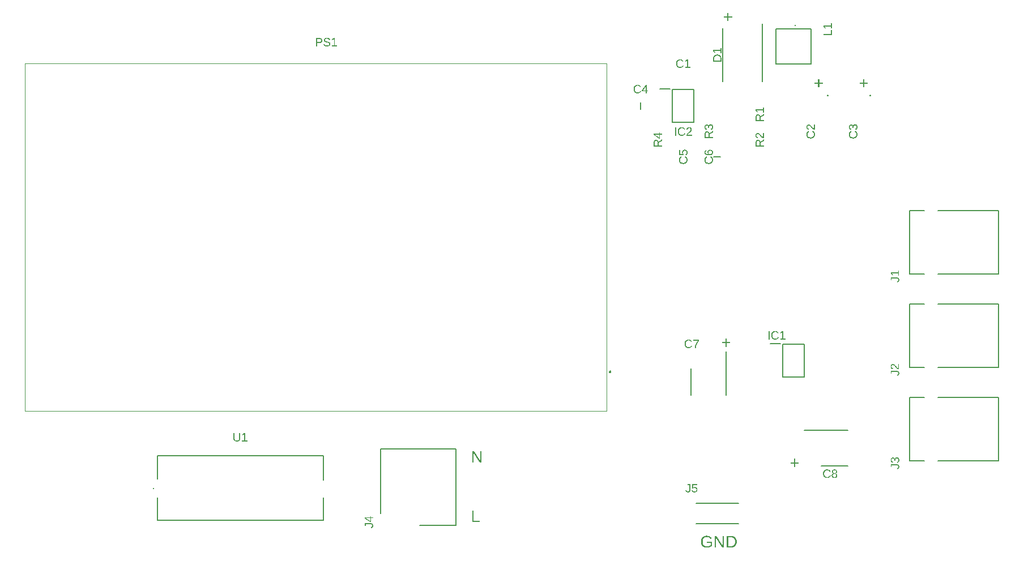
<source format=gbr>
G04 EAGLE Gerber RS-274X export*
G75*
%MOMM*%
%FSLAX34Y34*%
%LPD*%
%INSilkscreen Top*%
%IPPOS*%
%AMOC8*
5,1,8,0,0,1.08239X$1,22.5*%
G01*
G04 Define Apertures*
%ADD10C,0.200000*%
%ADD11C,0.100000*%
G36*
X1189214Y38100D02*
X1182749Y38100D01*
X1182749Y55386D01*
X1188465Y55386D01*
X1189007Y55377D01*
X1189532Y55351D01*
X1190042Y55308D01*
X1190536Y55248D01*
X1191015Y55171D01*
X1191477Y55076D01*
X1191924Y54964D01*
X1192356Y54835D01*
X1192772Y54689D01*
X1193172Y54526D01*
X1193556Y54345D01*
X1193925Y54147D01*
X1194278Y53932D01*
X1194616Y53700D01*
X1194937Y53450D01*
X1195244Y53184D01*
X1195533Y52901D01*
X1195803Y52604D01*
X1196054Y52292D01*
X1196287Y51966D01*
X1196502Y51626D01*
X1196698Y51271D01*
X1196875Y50901D01*
X1197033Y50517D01*
X1197173Y50118D01*
X1197294Y49705D01*
X1197397Y49277D01*
X1197481Y48835D01*
X1197546Y48378D01*
X1197592Y47907D01*
X1197620Y47421D01*
X1197630Y46921D01*
X1197613Y46263D01*
X1197565Y45625D01*
X1197483Y45009D01*
X1197369Y44413D01*
X1197222Y43839D01*
X1197043Y43285D01*
X1196831Y42752D01*
X1196587Y42240D01*
X1196313Y41754D01*
X1196011Y41296D01*
X1195682Y40868D01*
X1195326Y40469D01*
X1194943Y40100D01*
X1194533Y39760D01*
X1194095Y39449D01*
X1193630Y39167D01*
X1193143Y38917D01*
X1192637Y38700D01*
X1192112Y38517D01*
X1191569Y38367D01*
X1191008Y38250D01*
X1190428Y38167D01*
X1189830Y38117D01*
X1189214Y38100D01*
G37*
%LPC*%
G36*
X1188944Y39977D02*
X1189412Y39990D01*
X1189866Y40029D01*
X1190305Y40094D01*
X1190730Y40186D01*
X1191141Y40303D01*
X1191537Y40446D01*
X1191919Y40616D01*
X1192287Y40811D01*
X1192637Y41031D01*
X1192966Y41274D01*
X1193274Y41540D01*
X1193561Y41829D01*
X1193828Y42142D01*
X1194073Y42477D01*
X1194298Y42835D01*
X1194501Y43216D01*
X1194682Y43617D01*
X1194839Y44036D01*
X1194972Y44473D01*
X1195081Y44927D01*
X1195166Y45399D01*
X1195226Y45889D01*
X1195262Y46396D01*
X1195274Y46921D01*
X1195267Y47317D01*
X1195247Y47700D01*
X1195212Y48072D01*
X1195164Y48432D01*
X1195102Y48780D01*
X1195027Y49117D01*
X1194937Y49441D01*
X1194834Y49753D01*
X1194717Y50053D01*
X1194587Y50342D01*
X1194442Y50618D01*
X1194284Y50883D01*
X1194112Y51136D01*
X1193926Y51376D01*
X1193727Y51605D01*
X1193514Y51822D01*
X1193288Y52026D01*
X1193049Y52217D01*
X1192798Y52395D01*
X1192535Y52560D01*
X1192260Y52711D01*
X1191972Y52850D01*
X1191672Y52975D01*
X1191359Y53087D01*
X1191034Y53186D01*
X1190697Y53271D01*
X1190348Y53344D01*
X1189986Y53403D01*
X1189612Y53449D01*
X1189226Y53482D01*
X1188827Y53502D01*
X1188416Y53509D01*
X1185092Y53509D01*
X1185092Y39977D01*
X1188944Y39977D01*
G37*
%LPD*%
G36*
X1166678Y38100D02*
X1164592Y38100D01*
X1164592Y55386D01*
X1167316Y55386D01*
X1176664Y40566D01*
X1176554Y42639D01*
X1176526Y43427D01*
X1176517Y44050D01*
X1176517Y55386D01*
X1178627Y55386D01*
X1178627Y38100D01*
X1175805Y38100D01*
X1166555Y52822D01*
X1166617Y51632D01*
X1166678Y49583D01*
X1166678Y38100D01*
G37*
G36*
X1152974Y37855D02*
X1152308Y37872D01*
X1151665Y37922D01*
X1151046Y38006D01*
X1150450Y38125D01*
X1149877Y38276D01*
X1149328Y38462D01*
X1148802Y38681D01*
X1148300Y38934D01*
X1147824Y39219D01*
X1147376Y39533D01*
X1146958Y39878D01*
X1146568Y40252D01*
X1146208Y40655D01*
X1145876Y41088D01*
X1145574Y41551D01*
X1145300Y42044D01*
X1145057Y42563D01*
X1144847Y43104D01*
X1144669Y43668D01*
X1144523Y44254D01*
X1144409Y44862D01*
X1144328Y45493D01*
X1144280Y46147D01*
X1144264Y46823D01*
X1144272Y47341D01*
X1144299Y47845D01*
X1144343Y48334D01*
X1144405Y48808D01*
X1144484Y49267D01*
X1144581Y49711D01*
X1144696Y50141D01*
X1144828Y50555D01*
X1144978Y50955D01*
X1145145Y51340D01*
X1145331Y51710D01*
X1145533Y52065D01*
X1145754Y52405D01*
X1145992Y52731D01*
X1146248Y53041D01*
X1146521Y53337D01*
X1146810Y53616D01*
X1147114Y53878D01*
X1147432Y54121D01*
X1147764Y54346D01*
X1148110Y54553D01*
X1148471Y54742D01*
X1148846Y54914D01*
X1149235Y55067D01*
X1149639Y55202D01*
X1150057Y55319D01*
X1150489Y55418D01*
X1150935Y55499D01*
X1151396Y55562D01*
X1151871Y55607D01*
X1152360Y55634D01*
X1152864Y55643D01*
X1153564Y55628D01*
X1154231Y55583D01*
X1154865Y55507D01*
X1155464Y55401D01*
X1156030Y55265D01*
X1156562Y55098D01*
X1157061Y54901D01*
X1157525Y54674D01*
X1157960Y54414D01*
X1158370Y54117D01*
X1158753Y53783D01*
X1159111Y53414D01*
X1159443Y53007D01*
X1159750Y52565D01*
X1160031Y52086D01*
X1160286Y51570D01*
X1158053Y50908D01*
X1157860Y51263D01*
X1157650Y51594D01*
X1157422Y51900D01*
X1157177Y52181D01*
X1156915Y52437D01*
X1156635Y52668D01*
X1156337Y52874D01*
X1156023Y53055D01*
X1155689Y53213D01*
X1155336Y53350D01*
X1154963Y53466D01*
X1154570Y53561D01*
X1154158Y53635D01*
X1153726Y53687D01*
X1153274Y53719D01*
X1152802Y53730D01*
X1152434Y53722D01*
X1152076Y53701D01*
X1151729Y53666D01*
X1151394Y53616D01*
X1151069Y53553D01*
X1150756Y53475D01*
X1150453Y53383D01*
X1150161Y53277D01*
X1149881Y53157D01*
X1149612Y53023D01*
X1149353Y52874D01*
X1149106Y52712D01*
X1148869Y52535D01*
X1148644Y52344D01*
X1148430Y52139D01*
X1148226Y51920D01*
X1148035Y51688D01*
X1147855Y51444D01*
X1147688Y51189D01*
X1147534Y50923D01*
X1147392Y50645D01*
X1147262Y50355D01*
X1147144Y50054D01*
X1147039Y49741D01*
X1146947Y49417D01*
X1146866Y49081D01*
X1146798Y48733D01*
X1146743Y48374D01*
X1146699Y48004D01*
X1146668Y47621D01*
X1146650Y47228D01*
X1146644Y46823D01*
X1146650Y46419D01*
X1146670Y46025D01*
X1146703Y45643D01*
X1146749Y45271D01*
X1146808Y44910D01*
X1146880Y44560D01*
X1146965Y44221D01*
X1147064Y43892D01*
X1147175Y43574D01*
X1147300Y43267D01*
X1147438Y42971D01*
X1147589Y42686D01*
X1147753Y42411D01*
X1147930Y42147D01*
X1148121Y41894D01*
X1148324Y41652D01*
X1148539Y41422D01*
X1148765Y41207D01*
X1149000Y41007D01*
X1149245Y40822D01*
X1149501Y40652D01*
X1149766Y40497D01*
X1150042Y40356D01*
X1150327Y40230D01*
X1150623Y40119D01*
X1150928Y40023D01*
X1151244Y39941D01*
X1151570Y39875D01*
X1151906Y39823D01*
X1152252Y39786D01*
X1152608Y39764D01*
X1152974Y39756D01*
X1153394Y39764D01*
X1153806Y39788D01*
X1154212Y39829D01*
X1154610Y39885D01*
X1155002Y39957D01*
X1155386Y40046D01*
X1155763Y40151D01*
X1156133Y40271D01*
X1156491Y40406D01*
X1156831Y40552D01*
X1157154Y40710D01*
X1157459Y40879D01*
X1157747Y41059D01*
X1158018Y41251D01*
X1158271Y41455D01*
X1158507Y41670D01*
X1158507Y44786D01*
X1153342Y44786D01*
X1153342Y46749D01*
X1160666Y46749D01*
X1160666Y40787D01*
X1160313Y40447D01*
X1159940Y40127D01*
X1159548Y39827D01*
X1159137Y39546D01*
X1158706Y39285D01*
X1158256Y39044D01*
X1157787Y38823D01*
X1157298Y38621D01*
X1156795Y38442D01*
X1156281Y38286D01*
X1155756Y38154D01*
X1155221Y38046D01*
X1154675Y37962D01*
X1154118Y37903D01*
X1153551Y37867D01*
X1152974Y37855D01*
G37*
G36*
X813239Y76200D02*
X802161Y76200D01*
X802161Y93486D01*
X804504Y93486D01*
X804504Y78114D01*
X813239Y78114D01*
X813239Y76200D01*
G37*
G36*
X804247Y165100D02*
X802161Y165100D01*
X802161Y182386D01*
X804885Y182386D01*
X814233Y167566D01*
X814122Y169639D01*
X814095Y170427D01*
X814086Y171050D01*
X814086Y182386D01*
X816196Y182386D01*
X816196Y165100D01*
X813374Y165100D01*
X804124Y179822D01*
X804185Y178632D01*
X804247Y176583D01*
X804247Y165100D01*
G37*
G36*
X1182474Y338250D02*
X1180670Y338250D01*
X1180670Y343501D01*
X1175469Y343501D01*
X1175469Y345292D01*
X1180670Y345292D01*
X1180670Y350543D01*
X1182474Y350543D01*
X1182474Y345292D01*
X1187676Y345292D01*
X1187676Y343501D01*
X1182474Y343501D01*
X1182474Y338250D01*
G37*
G36*
X1285344Y158418D02*
X1283540Y158418D01*
X1283540Y163669D01*
X1278339Y163669D01*
X1278339Y165460D01*
X1283540Y165460D01*
X1283540Y170711D01*
X1285344Y170711D01*
X1285344Y165460D01*
X1290546Y165460D01*
X1290546Y163669D01*
X1285344Y163669D01*
X1285344Y158418D01*
G37*
G36*
X1388214Y726108D02*
X1386410Y726108D01*
X1386410Y731359D01*
X1381209Y731359D01*
X1381209Y733150D01*
X1386410Y733150D01*
X1386410Y738401D01*
X1388214Y738401D01*
X1388214Y733150D01*
X1393416Y733150D01*
X1393416Y731359D01*
X1388214Y731359D01*
X1388214Y726108D01*
G37*
G36*
X1321158Y726108D02*
X1319354Y726108D01*
X1319354Y731359D01*
X1314153Y731359D01*
X1314153Y733150D01*
X1319354Y733150D01*
X1319354Y738401D01*
X1321158Y738401D01*
X1321158Y733150D01*
X1326360Y733150D01*
X1326360Y731359D01*
X1321158Y731359D01*
X1321158Y726108D01*
G37*
G36*
X1185522Y825168D02*
X1183718Y825168D01*
X1183718Y830419D01*
X1178517Y830419D01*
X1178517Y832210D01*
X1183718Y832210D01*
X1183718Y837461D01*
X1185522Y837461D01*
X1185522Y832210D01*
X1190724Y832210D01*
X1190724Y830419D01*
X1185522Y830419D01*
X1185522Y825168D01*
G37*
G36*
X1113059Y755475D02*
X1112601Y755487D01*
X1112158Y755523D01*
X1111731Y755584D01*
X1111320Y755669D01*
X1110924Y755778D01*
X1110544Y755911D01*
X1110180Y756068D01*
X1109832Y756250D01*
X1109501Y756454D01*
X1109191Y756679D01*
X1108901Y756925D01*
X1108632Y757192D01*
X1108382Y757479D01*
X1108153Y757787D01*
X1107945Y758116D01*
X1107756Y758466D01*
X1107589Y758834D01*
X1107444Y759219D01*
X1107321Y759621D01*
X1107221Y760039D01*
X1107143Y760474D01*
X1107087Y760925D01*
X1107053Y761393D01*
X1107042Y761877D01*
X1107048Y762241D01*
X1107067Y762595D01*
X1107098Y762939D01*
X1107142Y763273D01*
X1107198Y763597D01*
X1107266Y763911D01*
X1107347Y764215D01*
X1107441Y764509D01*
X1107547Y764793D01*
X1107665Y765067D01*
X1107939Y765585D01*
X1108263Y766064D01*
X1108636Y766502D01*
X1109054Y766894D01*
X1109510Y767234D01*
X1109752Y767384D01*
X1110004Y767521D01*
X1110266Y767645D01*
X1110537Y767756D01*
X1110817Y767855D01*
X1111108Y767939D01*
X1111408Y768011D01*
X1111717Y768070D01*
X1112036Y768116D01*
X1112365Y768149D01*
X1112703Y768168D01*
X1113051Y768175D01*
X1113533Y768163D01*
X1113995Y768127D01*
X1114437Y768066D01*
X1114859Y767982D01*
X1115261Y767874D01*
X1115642Y767741D01*
X1116003Y767585D01*
X1116344Y767404D01*
X1116663Y767200D01*
X1116961Y766972D01*
X1117237Y766721D01*
X1117491Y766447D01*
X1117723Y766150D01*
X1117933Y765829D01*
X1118122Y765485D01*
X1118288Y765118D01*
X1116703Y764592D01*
X1116587Y764854D01*
X1116456Y765099D01*
X1116308Y765329D01*
X1116143Y765543D01*
X1115963Y765741D01*
X1115766Y765923D01*
X1115553Y766089D01*
X1115323Y766239D01*
X1115080Y766373D01*
X1114826Y766488D01*
X1114561Y766586D01*
X1114284Y766666D01*
X1113997Y766728D01*
X1113698Y766773D01*
X1113389Y766799D01*
X1113068Y766808D01*
X1112570Y766788D01*
X1112100Y766726D01*
X1111659Y766623D01*
X1111246Y766479D01*
X1110862Y766293D01*
X1110506Y766067D01*
X1110179Y765799D01*
X1109880Y765490D01*
X1109613Y765145D01*
X1109382Y764770D01*
X1109186Y764364D01*
X1109026Y763928D01*
X1108901Y763461D01*
X1108812Y762964D01*
X1108759Y762436D01*
X1108741Y761877D01*
X1108760Y761324D01*
X1108815Y760799D01*
X1108908Y760301D01*
X1109038Y759831D01*
X1109205Y759389D01*
X1109409Y758975D01*
X1109650Y758588D01*
X1109928Y758229D01*
X1110238Y757906D01*
X1110574Y757626D01*
X1110936Y757389D01*
X1111324Y757195D01*
X1111738Y757044D01*
X1112179Y756936D01*
X1112645Y756871D01*
X1113138Y756850D01*
X1113457Y756860D01*
X1113766Y756890D01*
X1114065Y756940D01*
X1114354Y757010D01*
X1114633Y757101D01*
X1114901Y757211D01*
X1115160Y757341D01*
X1115409Y757491D01*
X1115647Y757662D01*
X1115876Y757852D01*
X1116094Y758063D01*
X1116303Y758293D01*
X1116501Y758544D01*
X1116689Y758815D01*
X1116867Y759105D01*
X1117036Y759416D01*
X1118402Y758733D01*
X1118202Y758346D01*
X1117982Y757984D01*
X1117744Y757645D01*
X1117486Y757329D01*
X1117208Y757038D01*
X1116912Y756771D01*
X1116596Y756527D01*
X1116261Y756307D01*
X1115909Y756112D01*
X1115543Y755943D01*
X1115164Y755800D01*
X1114770Y755683D01*
X1114363Y755592D01*
X1113943Y755527D01*
X1113508Y755488D01*
X1113059Y755475D01*
G37*
G36*
X1128200Y755650D02*
X1120466Y755650D01*
X1120466Y756990D01*
X1123611Y756990D01*
X1123611Y766484D01*
X1120825Y764496D01*
X1120825Y765985D01*
X1123742Y767991D01*
X1125196Y767991D01*
X1125196Y756990D01*
X1128200Y756990D01*
X1128200Y755650D01*
G37*
G36*
X1308223Y649842D02*
X1307859Y649848D01*
X1307505Y649867D01*
X1307161Y649898D01*
X1306827Y649942D01*
X1306503Y649998D01*
X1306189Y650066D01*
X1305885Y650147D01*
X1305591Y650241D01*
X1305307Y650347D01*
X1305033Y650465D01*
X1304515Y650739D01*
X1304036Y651063D01*
X1303598Y651436D01*
X1303206Y651854D01*
X1302866Y652310D01*
X1302716Y652552D01*
X1302579Y652804D01*
X1302455Y653066D01*
X1302344Y653337D01*
X1302246Y653617D01*
X1302161Y653908D01*
X1302089Y654208D01*
X1302030Y654517D01*
X1301984Y654836D01*
X1301951Y655165D01*
X1301932Y655503D01*
X1301925Y655851D01*
X1301937Y656333D01*
X1301973Y656795D01*
X1302034Y657237D01*
X1302118Y657659D01*
X1302226Y658061D01*
X1302359Y658442D01*
X1302515Y658803D01*
X1302696Y659144D01*
X1302900Y659463D01*
X1303128Y659761D01*
X1303379Y660037D01*
X1303653Y660291D01*
X1303950Y660523D01*
X1304271Y660733D01*
X1304615Y660922D01*
X1304982Y661088D01*
X1305508Y659503D01*
X1305246Y659387D01*
X1305001Y659256D01*
X1304771Y659108D01*
X1304557Y658943D01*
X1304359Y658763D01*
X1304177Y658566D01*
X1304011Y658353D01*
X1303861Y658123D01*
X1303728Y657880D01*
X1303612Y657626D01*
X1303514Y657361D01*
X1303434Y657084D01*
X1303372Y656797D01*
X1303327Y656498D01*
X1303301Y656189D01*
X1303292Y655868D01*
X1303312Y655370D01*
X1303374Y654900D01*
X1303477Y654459D01*
X1303621Y654046D01*
X1303807Y653662D01*
X1304033Y653306D01*
X1304301Y652979D01*
X1304610Y652680D01*
X1304955Y652413D01*
X1305330Y652182D01*
X1305736Y651986D01*
X1306172Y651826D01*
X1306639Y651701D01*
X1307136Y651612D01*
X1307664Y651559D01*
X1308223Y651541D01*
X1308776Y651560D01*
X1309301Y651615D01*
X1309799Y651708D01*
X1310269Y651838D01*
X1310711Y652005D01*
X1311125Y652209D01*
X1311512Y652450D01*
X1311871Y652728D01*
X1312194Y653038D01*
X1312474Y653374D01*
X1312711Y653736D01*
X1312905Y654124D01*
X1313056Y654538D01*
X1313164Y654979D01*
X1313229Y655445D01*
X1313250Y655938D01*
X1313240Y656257D01*
X1313210Y656566D01*
X1313160Y656865D01*
X1313090Y657154D01*
X1312999Y657433D01*
X1312889Y657701D01*
X1312759Y657960D01*
X1312609Y658209D01*
X1312438Y658447D01*
X1312248Y658676D01*
X1312037Y658894D01*
X1311807Y659103D01*
X1311556Y659301D01*
X1311285Y659489D01*
X1310995Y659667D01*
X1310684Y659836D01*
X1311367Y661202D01*
X1311754Y661002D01*
X1312116Y660782D01*
X1312455Y660544D01*
X1312771Y660286D01*
X1313062Y660008D01*
X1313329Y659712D01*
X1313573Y659396D01*
X1313793Y659061D01*
X1313988Y658709D01*
X1314157Y658343D01*
X1314300Y657964D01*
X1314417Y657570D01*
X1314508Y657163D01*
X1314573Y656743D01*
X1314612Y656308D01*
X1314625Y655859D01*
X1314613Y655401D01*
X1314577Y654958D01*
X1314516Y654531D01*
X1314431Y654120D01*
X1314322Y653724D01*
X1314189Y653344D01*
X1314032Y652980D01*
X1313850Y652632D01*
X1313646Y652301D01*
X1313421Y651991D01*
X1313175Y651701D01*
X1312909Y651432D01*
X1312621Y651182D01*
X1312313Y650953D01*
X1311984Y650745D01*
X1311634Y650556D01*
X1311266Y650389D01*
X1310881Y650244D01*
X1310479Y650121D01*
X1310061Y650021D01*
X1309626Y649943D01*
X1309175Y649887D01*
X1308707Y649853D01*
X1308223Y649842D01*
G37*
G36*
X1314450Y662802D02*
X1313338Y662802D01*
X1312840Y663038D01*
X1312373Y663298D01*
X1311936Y663583D01*
X1311529Y663893D01*
X1311146Y664219D01*
X1310782Y664553D01*
X1310437Y664895D01*
X1310110Y665246D01*
X1309498Y665952D01*
X1308932Y666652D01*
X1308389Y667314D01*
X1307846Y667908D01*
X1307571Y668175D01*
X1307290Y668415D01*
X1307002Y668628D01*
X1306707Y668815D01*
X1306400Y668966D01*
X1306072Y669074D01*
X1305725Y669139D01*
X1305359Y669161D01*
X1305112Y669152D01*
X1304879Y669124D01*
X1304661Y669077D01*
X1304457Y669012D01*
X1304267Y668928D01*
X1304091Y668826D01*
X1303929Y668705D01*
X1303782Y668565D01*
X1303651Y668409D01*
X1303537Y668238D01*
X1303441Y668053D01*
X1303362Y667854D01*
X1303300Y667639D01*
X1303257Y667411D01*
X1303230Y667168D01*
X1303222Y666910D01*
X1303230Y666664D01*
X1303256Y666428D01*
X1303299Y666204D01*
X1303358Y665991D01*
X1303435Y665789D01*
X1303529Y665599D01*
X1303641Y665419D01*
X1303769Y665250D01*
X1303913Y665095D01*
X1304070Y664958D01*
X1304242Y664837D01*
X1304427Y664732D01*
X1304626Y664645D01*
X1304839Y664574D01*
X1305066Y664521D01*
X1305306Y664484D01*
X1305157Y662872D01*
X1304797Y662930D01*
X1304455Y663016D01*
X1304132Y663131D01*
X1303828Y663274D01*
X1303543Y663445D01*
X1303277Y663645D01*
X1303030Y663873D01*
X1302801Y664129D01*
X1302596Y664409D01*
X1302418Y664708D01*
X1302267Y665027D01*
X1302144Y665365D01*
X1302048Y665722D01*
X1301980Y666099D01*
X1301939Y666495D01*
X1301925Y666910D01*
X1301939Y667363D01*
X1301980Y667789D01*
X1302049Y668188D01*
X1302145Y668560D01*
X1302269Y668905D01*
X1302420Y669223D01*
X1302599Y669514D01*
X1302806Y669778D01*
X1303037Y670013D01*
X1303292Y670217D01*
X1303570Y670389D01*
X1303871Y670530D01*
X1304195Y670640D01*
X1304542Y670718D01*
X1304913Y670765D01*
X1305306Y670781D01*
X1305665Y670761D01*
X1306022Y670699D01*
X1306378Y670596D01*
X1306734Y670453D01*
X1307088Y670269D01*
X1307443Y670044D01*
X1307798Y669780D01*
X1308153Y669476D01*
X1308556Y669078D01*
X1309057Y668532D01*
X1309655Y667839D01*
X1310351Y666997D01*
X1310753Y666520D01*
X1311134Y666093D01*
X1311495Y665718D01*
X1311836Y665395D01*
X1312163Y665118D01*
X1312485Y664882D01*
X1312800Y664689D01*
X1313110Y664536D01*
X1313110Y670974D01*
X1314450Y670974D01*
X1314450Y662802D01*
G37*
G36*
X1371723Y649842D02*
X1371359Y649848D01*
X1371005Y649867D01*
X1370661Y649898D01*
X1370327Y649942D01*
X1370003Y649998D01*
X1369689Y650066D01*
X1369385Y650147D01*
X1369091Y650241D01*
X1368807Y650347D01*
X1368533Y650465D01*
X1368015Y650739D01*
X1367536Y651063D01*
X1367098Y651436D01*
X1366706Y651854D01*
X1366366Y652310D01*
X1366216Y652552D01*
X1366079Y652804D01*
X1365955Y653066D01*
X1365844Y653337D01*
X1365746Y653617D01*
X1365661Y653908D01*
X1365589Y654208D01*
X1365530Y654517D01*
X1365484Y654836D01*
X1365451Y655165D01*
X1365432Y655503D01*
X1365425Y655851D01*
X1365437Y656333D01*
X1365473Y656795D01*
X1365534Y657237D01*
X1365618Y657659D01*
X1365726Y658061D01*
X1365859Y658442D01*
X1366015Y658803D01*
X1366196Y659144D01*
X1366400Y659463D01*
X1366628Y659761D01*
X1366879Y660037D01*
X1367153Y660291D01*
X1367450Y660523D01*
X1367771Y660733D01*
X1368115Y660922D01*
X1368482Y661088D01*
X1369008Y659503D01*
X1368746Y659387D01*
X1368501Y659256D01*
X1368271Y659108D01*
X1368057Y658943D01*
X1367859Y658763D01*
X1367677Y658566D01*
X1367511Y658353D01*
X1367361Y658123D01*
X1367228Y657880D01*
X1367112Y657626D01*
X1367014Y657361D01*
X1366934Y657084D01*
X1366872Y656797D01*
X1366827Y656498D01*
X1366801Y656189D01*
X1366792Y655868D01*
X1366812Y655370D01*
X1366874Y654900D01*
X1366977Y654459D01*
X1367121Y654046D01*
X1367307Y653662D01*
X1367533Y653306D01*
X1367801Y652979D01*
X1368110Y652680D01*
X1368455Y652413D01*
X1368830Y652182D01*
X1369236Y651986D01*
X1369672Y651826D01*
X1370139Y651701D01*
X1370636Y651612D01*
X1371164Y651559D01*
X1371723Y651541D01*
X1372276Y651560D01*
X1372801Y651615D01*
X1373299Y651708D01*
X1373769Y651838D01*
X1374211Y652005D01*
X1374625Y652209D01*
X1375012Y652450D01*
X1375371Y652728D01*
X1375694Y653038D01*
X1375974Y653374D01*
X1376211Y653736D01*
X1376405Y654124D01*
X1376556Y654538D01*
X1376664Y654979D01*
X1376729Y655445D01*
X1376750Y655938D01*
X1376740Y656257D01*
X1376710Y656566D01*
X1376660Y656865D01*
X1376590Y657154D01*
X1376499Y657433D01*
X1376389Y657701D01*
X1376259Y657960D01*
X1376109Y658209D01*
X1375938Y658447D01*
X1375748Y658676D01*
X1375537Y658894D01*
X1375307Y659103D01*
X1375056Y659301D01*
X1374785Y659489D01*
X1374495Y659667D01*
X1374184Y659836D01*
X1374867Y661202D01*
X1375254Y661002D01*
X1375616Y660782D01*
X1375955Y660544D01*
X1376271Y660286D01*
X1376562Y660008D01*
X1376829Y659712D01*
X1377073Y659396D01*
X1377293Y659061D01*
X1377488Y658709D01*
X1377657Y658343D01*
X1377800Y657964D01*
X1377917Y657570D01*
X1378008Y657163D01*
X1378073Y656743D01*
X1378112Y656308D01*
X1378125Y655859D01*
X1378113Y655401D01*
X1378077Y654958D01*
X1378016Y654531D01*
X1377931Y654120D01*
X1377822Y653724D01*
X1377689Y653344D01*
X1377532Y652980D01*
X1377350Y652632D01*
X1377146Y652301D01*
X1376921Y651991D01*
X1376675Y651701D01*
X1376409Y651432D01*
X1376121Y651182D01*
X1375813Y650953D01*
X1375484Y650745D01*
X1375134Y650556D01*
X1374766Y650389D01*
X1374381Y650244D01*
X1373979Y650121D01*
X1373561Y650021D01*
X1373126Y649943D01*
X1372675Y649887D01*
X1372207Y649853D01*
X1371723Y649842D01*
G37*
G36*
X1374779Y662583D02*
X1374631Y664212D01*
X1374896Y664260D01*
X1375144Y664323D01*
X1375375Y664403D01*
X1375589Y664499D01*
X1375785Y664610D01*
X1375965Y664738D01*
X1376127Y664882D01*
X1376273Y665042D01*
X1376401Y665218D01*
X1376512Y665410D01*
X1376606Y665619D01*
X1376683Y665843D01*
X1376743Y666083D01*
X1376786Y666340D01*
X1376812Y666612D01*
X1376820Y666901D01*
X1376811Y667191D01*
X1376784Y667465D01*
X1376738Y667722D01*
X1376673Y667964D01*
X1376591Y668190D01*
X1376490Y668400D01*
X1376371Y668593D01*
X1376233Y668771D01*
X1376078Y668930D01*
X1375904Y669068D01*
X1375713Y669185D01*
X1375504Y669280D01*
X1375277Y669354D01*
X1375033Y669407D01*
X1374771Y669439D01*
X1374490Y669450D01*
X1374246Y669438D01*
X1374014Y669401D01*
X1373797Y669341D01*
X1373594Y669256D01*
X1373404Y669147D01*
X1373228Y669014D01*
X1373066Y668856D01*
X1372918Y668675D01*
X1372786Y668470D01*
X1372671Y668244D01*
X1372574Y667997D01*
X1372495Y667728D01*
X1372433Y667437D01*
X1372389Y667125D01*
X1372362Y666792D01*
X1372353Y666437D01*
X1372353Y665544D01*
X1370987Y665544D01*
X1370987Y666402D01*
X1370978Y666717D01*
X1370952Y667014D01*
X1370908Y667292D01*
X1370846Y667553D01*
X1370766Y667795D01*
X1370669Y668019D01*
X1370554Y668224D01*
X1370422Y668412D01*
X1370274Y668579D01*
X1370113Y668724D01*
X1369937Y668847D01*
X1369749Y668947D01*
X1369547Y669025D01*
X1369331Y669081D01*
X1369102Y669115D01*
X1368859Y669126D01*
X1368618Y669117D01*
X1368390Y669089D01*
X1368175Y669044D01*
X1367973Y668980D01*
X1367784Y668898D01*
X1367608Y668798D01*
X1367445Y668680D01*
X1367295Y668543D01*
X1367161Y668389D01*
X1367044Y668217D01*
X1366946Y668027D01*
X1366865Y667820D01*
X1366802Y667595D01*
X1366757Y667352D01*
X1366731Y667092D01*
X1366722Y666814D01*
X1366730Y666559D01*
X1366755Y666317D01*
X1366797Y666088D01*
X1366855Y665871D01*
X1366930Y665666D01*
X1367022Y665474D01*
X1367131Y665295D01*
X1367256Y665128D01*
X1367396Y664975D01*
X1367550Y664839D01*
X1367718Y664720D01*
X1367900Y664618D01*
X1368095Y664533D01*
X1368304Y664465D01*
X1368526Y664413D01*
X1368762Y664379D01*
X1368640Y662793D01*
X1368271Y662851D01*
X1367924Y662938D01*
X1367597Y663052D01*
X1367291Y663195D01*
X1367006Y663366D01*
X1366741Y663566D01*
X1366498Y663794D01*
X1366275Y664050D01*
X1366076Y664330D01*
X1365903Y664630D01*
X1365757Y664948D01*
X1365638Y665286D01*
X1365545Y665644D01*
X1365478Y666020D01*
X1365439Y666416D01*
X1365425Y666831D01*
X1365439Y667282D01*
X1365479Y667708D01*
X1365547Y668107D01*
X1365641Y668481D01*
X1365762Y668829D01*
X1365911Y669151D01*
X1366086Y669447D01*
X1366288Y669717D01*
X1366514Y669958D01*
X1366762Y670167D01*
X1367031Y670344D01*
X1367320Y670489D01*
X1367632Y670601D01*
X1367964Y670682D01*
X1368317Y670730D01*
X1368692Y670746D01*
X1368981Y670736D01*
X1369256Y670705D01*
X1369517Y670653D01*
X1369764Y670581D01*
X1369997Y670488D01*
X1370217Y670374D01*
X1370423Y670240D01*
X1370615Y670085D01*
X1370792Y669910D01*
X1370955Y669717D01*
X1371103Y669505D01*
X1371236Y669274D01*
X1371353Y669024D01*
X1371456Y668755D01*
X1371544Y668468D01*
X1371618Y668162D01*
X1371653Y668162D01*
X1371700Y668499D01*
X1371766Y668816D01*
X1371853Y669114D01*
X1371959Y669393D01*
X1372085Y669653D01*
X1372231Y669893D01*
X1372396Y670115D01*
X1372581Y670317D01*
X1372782Y670498D01*
X1372996Y670654D01*
X1373222Y670787D01*
X1373461Y670895D01*
X1373713Y670979D01*
X1373977Y671040D01*
X1374254Y671076D01*
X1374543Y671088D01*
X1374958Y671071D01*
X1375349Y671020D01*
X1375716Y670935D01*
X1376058Y670816D01*
X1376377Y670663D01*
X1376671Y670477D01*
X1376942Y670256D01*
X1377188Y670002D01*
X1377408Y669716D01*
X1377598Y669401D01*
X1377759Y669057D01*
X1377891Y668683D01*
X1377993Y668281D01*
X1378067Y667850D01*
X1378111Y667390D01*
X1378125Y666901D01*
X1378112Y666444D01*
X1378072Y666011D01*
X1378006Y665602D01*
X1377914Y665216D01*
X1377795Y664854D01*
X1377650Y664516D01*
X1377478Y664201D01*
X1377280Y663910D01*
X1377056Y663645D01*
X1376807Y663408D01*
X1376532Y663200D01*
X1376232Y663020D01*
X1375907Y662868D01*
X1375556Y662745D01*
X1375181Y662650D01*
X1374779Y662583D01*
G37*
G36*
X1063316Y717550D02*
X1061827Y717550D01*
X1061827Y720344D01*
X1056012Y720344D01*
X1056012Y721570D01*
X1061661Y729891D01*
X1063316Y729891D01*
X1063316Y721588D01*
X1065050Y721588D01*
X1065050Y720344D01*
X1063316Y720344D01*
X1063316Y717550D01*
G37*
%LPC*%
G36*
X1061827Y721588D02*
X1061827Y728113D01*
X1061582Y727649D01*
X1061241Y727071D01*
X1058079Y722411D01*
X1057606Y721763D01*
X1057466Y721588D01*
X1061827Y721588D01*
G37*
%LPD*%
G36*
X1049559Y717375D02*
X1049101Y717387D01*
X1048658Y717423D01*
X1048231Y717484D01*
X1047820Y717569D01*
X1047424Y717678D01*
X1047044Y717811D01*
X1046680Y717968D01*
X1046332Y718150D01*
X1046001Y718354D01*
X1045691Y718579D01*
X1045401Y718825D01*
X1045132Y719092D01*
X1044882Y719379D01*
X1044653Y719687D01*
X1044445Y720016D01*
X1044256Y720366D01*
X1044089Y720734D01*
X1043944Y721119D01*
X1043821Y721521D01*
X1043721Y721939D01*
X1043643Y722374D01*
X1043587Y722825D01*
X1043553Y723293D01*
X1043542Y723777D01*
X1043548Y724141D01*
X1043567Y724495D01*
X1043598Y724839D01*
X1043642Y725173D01*
X1043698Y725497D01*
X1043766Y725811D01*
X1043847Y726115D01*
X1043941Y726409D01*
X1044047Y726693D01*
X1044165Y726967D01*
X1044439Y727485D01*
X1044763Y727964D01*
X1045136Y728402D01*
X1045554Y728794D01*
X1046010Y729134D01*
X1046252Y729284D01*
X1046504Y729421D01*
X1046766Y729545D01*
X1047037Y729656D01*
X1047317Y729755D01*
X1047608Y729839D01*
X1047908Y729911D01*
X1048217Y729970D01*
X1048536Y730016D01*
X1048865Y730049D01*
X1049203Y730068D01*
X1049551Y730075D01*
X1050033Y730063D01*
X1050495Y730027D01*
X1050937Y729966D01*
X1051359Y729882D01*
X1051761Y729774D01*
X1052142Y729641D01*
X1052503Y729485D01*
X1052844Y729304D01*
X1053163Y729100D01*
X1053461Y728872D01*
X1053737Y728621D01*
X1053991Y728347D01*
X1054223Y728050D01*
X1054433Y727729D01*
X1054622Y727385D01*
X1054788Y727018D01*
X1053203Y726492D01*
X1053087Y726754D01*
X1052956Y726999D01*
X1052808Y727229D01*
X1052643Y727443D01*
X1052463Y727641D01*
X1052266Y727823D01*
X1052053Y727989D01*
X1051823Y728139D01*
X1051580Y728273D01*
X1051326Y728388D01*
X1051061Y728486D01*
X1050784Y728566D01*
X1050497Y728628D01*
X1050198Y728673D01*
X1049889Y728699D01*
X1049568Y728708D01*
X1049070Y728688D01*
X1048600Y728626D01*
X1048159Y728523D01*
X1047746Y728379D01*
X1047362Y728193D01*
X1047006Y727967D01*
X1046679Y727699D01*
X1046380Y727390D01*
X1046113Y727045D01*
X1045882Y726670D01*
X1045686Y726264D01*
X1045526Y725828D01*
X1045401Y725361D01*
X1045312Y724864D01*
X1045259Y724336D01*
X1045241Y723777D01*
X1045260Y723224D01*
X1045315Y722699D01*
X1045408Y722201D01*
X1045538Y721731D01*
X1045705Y721289D01*
X1045909Y720875D01*
X1046150Y720488D01*
X1046428Y720129D01*
X1046738Y719806D01*
X1047074Y719526D01*
X1047436Y719289D01*
X1047824Y719095D01*
X1048238Y718944D01*
X1048679Y718836D01*
X1049145Y718771D01*
X1049638Y718750D01*
X1049957Y718760D01*
X1050266Y718790D01*
X1050565Y718840D01*
X1050854Y718910D01*
X1051133Y719001D01*
X1051401Y719111D01*
X1051660Y719241D01*
X1051909Y719391D01*
X1052147Y719562D01*
X1052376Y719752D01*
X1052594Y719963D01*
X1052803Y720193D01*
X1053001Y720444D01*
X1053189Y720715D01*
X1053367Y721005D01*
X1053536Y721316D01*
X1054902Y720633D01*
X1054702Y720246D01*
X1054482Y719884D01*
X1054244Y719545D01*
X1053986Y719229D01*
X1053708Y718938D01*
X1053412Y718671D01*
X1053096Y718427D01*
X1052761Y718207D01*
X1052409Y718012D01*
X1052043Y717843D01*
X1051664Y717700D01*
X1051270Y717583D01*
X1050863Y717492D01*
X1050443Y717427D01*
X1050008Y717388D01*
X1049559Y717375D01*
G37*
G36*
X1117723Y611742D02*
X1117359Y611748D01*
X1117005Y611767D01*
X1116661Y611798D01*
X1116327Y611842D01*
X1116003Y611898D01*
X1115689Y611966D01*
X1115385Y612047D01*
X1115091Y612141D01*
X1114807Y612247D01*
X1114533Y612365D01*
X1114015Y612639D01*
X1113536Y612963D01*
X1113098Y613336D01*
X1112706Y613754D01*
X1112366Y614210D01*
X1112216Y614452D01*
X1112079Y614704D01*
X1111955Y614966D01*
X1111844Y615237D01*
X1111746Y615517D01*
X1111661Y615808D01*
X1111589Y616108D01*
X1111530Y616417D01*
X1111484Y616736D01*
X1111451Y617065D01*
X1111432Y617403D01*
X1111425Y617751D01*
X1111437Y618233D01*
X1111473Y618695D01*
X1111534Y619137D01*
X1111618Y619559D01*
X1111726Y619961D01*
X1111859Y620342D01*
X1112015Y620703D01*
X1112196Y621044D01*
X1112400Y621363D01*
X1112628Y621661D01*
X1112879Y621937D01*
X1113153Y622191D01*
X1113450Y622423D01*
X1113771Y622633D01*
X1114115Y622822D01*
X1114482Y622988D01*
X1115008Y621403D01*
X1114746Y621287D01*
X1114501Y621156D01*
X1114271Y621008D01*
X1114057Y620843D01*
X1113859Y620663D01*
X1113677Y620466D01*
X1113511Y620253D01*
X1113361Y620023D01*
X1113228Y619780D01*
X1113112Y619526D01*
X1113014Y619261D01*
X1112934Y618984D01*
X1112872Y618697D01*
X1112827Y618398D01*
X1112801Y618089D01*
X1112792Y617768D01*
X1112812Y617270D01*
X1112874Y616800D01*
X1112977Y616359D01*
X1113121Y615946D01*
X1113307Y615562D01*
X1113533Y615206D01*
X1113801Y614879D01*
X1114110Y614580D01*
X1114455Y614313D01*
X1114830Y614082D01*
X1115236Y613886D01*
X1115672Y613726D01*
X1116139Y613601D01*
X1116636Y613512D01*
X1117164Y613459D01*
X1117723Y613441D01*
X1118276Y613460D01*
X1118801Y613515D01*
X1119299Y613608D01*
X1119769Y613738D01*
X1120211Y613905D01*
X1120625Y614109D01*
X1121012Y614350D01*
X1121371Y614628D01*
X1121694Y614938D01*
X1121974Y615274D01*
X1122211Y615636D01*
X1122405Y616024D01*
X1122556Y616438D01*
X1122664Y616879D01*
X1122729Y617345D01*
X1122750Y617838D01*
X1122740Y618157D01*
X1122710Y618466D01*
X1122660Y618765D01*
X1122590Y619054D01*
X1122499Y619333D01*
X1122389Y619601D01*
X1122259Y619860D01*
X1122109Y620109D01*
X1121938Y620347D01*
X1121748Y620576D01*
X1121537Y620794D01*
X1121307Y621003D01*
X1121056Y621201D01*
X1120785Y621389D01*
X1120495Y621567D01*
X1120184Y621736D01*
X1120867Y623102D01*
X1121254Y622902D01*
X1121616Y622682D01*
X1121955Y622444D01*
X1122271Y622186D01*
X1122562Y621908D01*
X1122829Y621612D01*
X1123073Y621296D01*
X1123293Y620961D01*
X1123488Y620609D01*
X1123657Y620243D01*
X1123800Y619864D01*
X1123917Y619470D01*
X1124008Y619063D01*
X1124073Y618643D01*
X1124112Y618208D01*
X1124125Y617759D01*
X1124113Y617301D01*
X1124077Y616858D01*
X1124016Y616431D01*
X1123931Y616020D01*
X1123822Y615624D01*
X1123689Y615244D01*
X1123532Y614880D01*
X1123350Y614532D01*
X1123146Y614201D01*
X1122921Y613891D01*
X1122675Y613601D01*
X1122409Y613332D01*
X1122121Y613082D01*
X1121813Y612853D01*
X1121484Y612645D01*
X1121134Y612456D01*
X1120766Y612289D01*
X1120381Y612144D01*
X1119979Y612021D01*
X1119561Y611921D01*
X1119126Y611843D01*
X1118675Y611787D01*
X1118207Y611753D01*
X1117723Y611742D01*
G37*
G36*
X1121191Y624518D02*
X1121007Y626112D01*
X1121229Y626181D01*
X1121436Y626262D01*
X1121629Y626355D01*
X1121808Y626460D01*
X1121972Y626577D01*
X1122123Y626707D01*
X1122259Y626849D01*
X1122380Y627003D01*
X1122487Y627170D01*
X1122580Y627349D01*
X1122659Y627540D01*
X1122723Y627743D01*
X1122773Y627958D01*
X1122809Y628186D01*
X1122831Y628426D01*
X1122838Y628679D01*
X1122826Y628987D01*
X1122790Y629279D01*
X1122730Y629553D01*
X1122646Y629811D01*
X1122538Y630050D01*
X1122407Y630273D01*
X1122251Y630479D01*
X1122071Y630667D01*
X1121871Y630835D01*
X1121652Y630981D01*
X1121416Y631104D01*
X1121162Y631205D01*
X1120889Y631284D01*
X1120599Y631340D01*
X1120291Y631374D01*
X1119965Y631385D01*
X1119681Y631374D01*
X1119410Y631340D01*
X1119154Y631283D01*
X1118912Y631204D01*
X1118683Y631103D01*
X1118469Y630978D01*
X1118268Y630832D01*
X1118082Y630662D01*
X1117913Y630474D01*
X1117768Y630270D01*
X1117644Y630050D01*
X1117543Y629814D01*
X1117465Y629562D01*
X1117408Y629295D01*
X1117375Y629012D01*
X1117364Y628714D01*
X1117376Y628399D01*
X1117414Y628096D01*
X1117477Y627804D01*
X1117565Y627522D01*
X1117683Y627246D01*
X1117837Y626971D01*
X1118025Y626695D01*
X1118248Y626419D01*
X1118248Y624877D01*
X1111609Y625289D01*
X1111609Y632305D01*
X1112949Y632305D01*
X1112949Y626725D01*
X1116864Y626489D01*
X1116680Y626753D01*
X1116520Y627032D01*
X1116384Y627328D01*
X1116273Y627638D01*
X1116187Y627965D01*
X1116125Y628307D01*
X1116088Y628664D01*
X1116076Y629038D01*
X1116093Y629481D01*
X1116143Y629902D01*
X1116226Y630300D01*
X1116343Y630674D01*
X1116493Y631026D01*
X1116677Y631354D01*
X1116894Y631659D01*
X1117145Y631941D01*
X1117422Y632195D01*
X1117719Y632414D01*
X1118037Y632600D01*
X1118375Y632752D01*
X1118733Y632871D01*
X1119112Y632955D01*
X1119511Y633006D01*
X1119930Y633023D01*
X1120405Y633005D01*
X1120854Y632950D01*
X1121278Y632860D01*
X1121675Y632733D01*
X1122046Y632569D01*
X1122392Y632370D01*
X1122711Y632134D01*
X1123004Y631862D01*
X1123267Y631558D01*
X1123495Y631226D01*
X1123687Y630866D01*
X1123845Y630477D01*
X1123968Y630061D01*
X1124055Y629616D01*
X1124108Y629144D01*
X1124125Y628643D01*
X1124113Y628223D01*
X1124078Y627822D01*
X1124019Y627443D01*
X1123937Y627084D01*
X1123831Y626747D01*
X1123702Y626430D01*
X1123549Y626134D01*
X1123372Y625858D01*
X1123173Y625605D01*
X1122953Y625377D01*
X1122712Y625173D01*
X1122450Y624993D01*
X1122167Y624838D01*
X1121863Y624707D01*
X1121537Y624600D01*
X1121191Y624518D01*
G37*
G36*
X1156164Y624711D02*
X1155386Y624729D01*
X1154655Y624783D01*
X1153969Y624872D01*
X1153331Y624998D01*
X1152739Y625159D01*
X1152193Y625356D01*
X1151694Y625589D01*
X1151242Y625858D01*
X1150840Y626160D01*
X1150491Y626493D01*
X1150196Y626856D01*
X1149954Y627249D01*
X1149767Y627672D01*
X1149693Y627895D01*
X1149633Y628126D01*
X1149586Y628365D01*
X1149552Y628610D01*
X1149532Y628864D01*
X1149525Y629125D01*
X1149535Y629466D01*
X1149565Y629791D01*
X1149614Y630100D01*
X1149682Y630393D01*
X1149771Y630670D01*
X1149879Y630930D01*
X1150006Y631174D01*
X1150154Y631402D01*
X1150321Y631614D01*
X1150507Y631810D01*
X1150713Y631990D01*
X1150939Y632153D01*
X1151185Y632301D01*
X1151450Y632432D01*
X1151735Y632547D01*
X1152039Y632646D01*
X1152311Y631140D01*
X1151957Y631006D01*
X1151651Y630839D01*
X1151393Y630636D01*
X1151181Y630400D01*
X1151016Y630128D01*
X1150898Y629823D01*
X1150828Y629482D01*
X1150804Y629108D01*
X1150824Y628780D01*
X1150883Y628471D01*
X1150981Y628182D01*
X1151118Y627911D01*
X1151295Y627659D01*
X1151511Y627427D01*
X1151766Y627213D01*
X1152061Y627019D01*
X1152393Y626845D01*
X1152760Y626695D01*
X1153162Y626568D01*
X1153599Y626464D01*
X1154072Y626383D01*
X1154579Y626325D01*
X1155122Y626290D01*
X1155700Y626279D01*
X1155325Y626515D01*
X1154998Y626795D01*
X1154719Y627119D01*
X1154487Y627487D01*
X1154305Y627891D01*
X1154175Y628324D01*
X1154130Y628551D01*
X1154097Y628785D01*
X1154077Y629026D01*
X1154071Y629274D01*
X1154088Y629690D01*
X1154138Y630084D01*
X1154221Y630456D01*
X1154338Y630806D01*
X1154488Y631134D01*
X1154672Y631439D01*
X1154889Y631723D01*
X1155140Y631985D01*
X1155418Y632220D01*
X1155720Y632424D01*
X1156044Y632596D01*
X1156392Y632737D01*
X1156763Y632847D01*
X1157156Y632925D01*
X1157573Y632972D01*
X1158012Y632988D01*
X1158488Y632971D01*
X1158937Y632921D01*
X1159361Y632839D01*
X1159760Y632723D01*
X1160132Y632574D01*
X1160479Y632392D01*
X1160800Y632176D01*
X1161095Y631928D01*
X1161360Y631650D01*
X1161590Y631348D01*
X1161784Y631020D01*
X1161943Y630667D01*
X1162066Y630288D01*
X1162155Y629885D01*
X1162208Y629456D01*
X1162225Y629003D01*
X1162219Y628746D01*
X1162201Y628497D01*
X1162128Y628022D01*
X1162007Y627577D01*
X1161838Y627163D01*
X1161620Y626780D01*
X1161353Y626428D01*
X1161038Y626106D01*
X1160675Y625814D01*
X1160265Y625556D01*
X1159812Y625332D01*
X1159314Y625142D01*
X1158772Y624987D01*
X1158186Y624866D01*
X1157556Y624780D01*
X1156882Y624728D01*
X1156164Y624711D01*
G37*
%LPC*%
G36*
X1157706Y626436D02*
X1158055Y626447D01*
X1158387Y626480D01*
X1158704Y626535D01*
X1159004Y626613D01*
X1159288Y626712D01*
X1159557Y626833D01*
X1159809Y626976D01*
X1160044Y627141D01*
X1160258Y627324D01*
X1160443Y627519D01*
X1160599Y627726D01*
X1160727Y627946D01*
X1160827Y628178D01*
X1160898Y628423D01*
X1160941Y628680D01*
X1160955Y628950D01*
X1160943Y629227D01*
X1160907Y629489D01*
X1160847Y629735D01*
X1160764Y629966D01*
X1160656Y630182D01*
X1160524Y630382D01*
X1160368Y630567D01*
X1160189Y630737D01*
X1159988Y630889D01*
X1159770Y631020D01*
X1159533Y631132D01*
X1159279Y631223D01*
X1159007Y631294D01*
X1158717Y631344D01*
X1158408Y631375D01*
X1158082Y631385D01*
X1157757Y631375D01*
X1157451Y631344D01*
X1157164Y631293D01*
X1156896Y631221D01*
X1156647Y631128D01*
X1156417Y631015D01*
X1156207Y630882D01*
X1156015Y630728D01*
X1155845Y630556D01*
X1155697Y630367D01*
X1155572Y630163D01*
X1155470Y629942D01*
X1155391Y629705D01*
X1155334Y629452D01*
X1155300Y629183D01*
X1155288Y628897D01*
X1155298Y628628D01*
X1155329Y628372D01*
X1155379Y628130D01*
X1155449Y627900D01*
X1155540Y627684D01*
X1155651Y627481D01*
X1155781Y627291D01*
X1155932Y627115D01*
X1156101Y626956D01*
X1156284Y626818D01*
X1156483Y626701D01*
X1156697Y626606D01*
X1156927Y626532D01*
X1157171Y626479D01*
X1157431Y626447D01*
X1157706Y626436D01*
G37*
%LPD*%
G36*
X1155823Y611742D02*
X1155459Y611748D01*
X1155105Y611767D01*
X1154761Y611798D01*
X1154427Y611842D01*
X1154103Y611898D01*
X1153789Y611966D01*
X1153485Y612047D01*
X1153191Y612141D01*
X1152907Y612247D01*
X1152633Y612365D01*
X1152115Y612639D01*
X1151636Y612963D01*
X1151198Y613336D01*
X1150806Y613754D01*
X1150466Y614210D01*
X1150316Y614452D01*
X1150179Y614704D01*
X1150055Y614966D01*
X1149944Y615237D01*
X1149846Y615517D01*
X1149761Y615808D01*
X1149689Y616108D01*
X1149630Y616417D01*
X1149584Y616736D01*
X1149551Y617065D01*
X1149532Y617403D01*
X1149525Y617751D01*
X1149537Y618233D01*
X1149573Y618695D01*
X1149634Y619137D01*
X1149718Y619559D01*
X1149826Y619961D01*
X1149959Y620342D01*
X1150115Y620703D01*
X1150296Y621044D01*
X1150500Y621363D01*
X1150728Y621661D01*
X1150979Y621937D01*
X1151253Y622191D01*
X1151550Y622423D01*
X1151871Y622633D01*
X1152215Y622822D01*
X1152582Y622988D01*
X1153108Y621403D01*
X1152846Y621287D01*
X1152601Y621156D01*
X1152371Y621008D01*
X1152157Y620843D01*
X1151959Y620663D01*
X1151777Y620466D01*
X1151611Y620253D01*
X1151461Y620023D01*
X1151328Y619780D01*
X1151212Y619526D01*
X1151114Y619261D01*
X1151034Y618984D01*
X1150972Y618697D01*
X1150927Y618398D01*
X1150901Y618089D01*
X1150892Y617768D01*
X1150912Y617270D01*
X1150974Y616800D01*
X1151077Y616359D01*
X1151221Y615946D01*
X1151407Y615562D01*
X1151633Y615206D01*
X1151901Y614879D01*
X1152210Y614580D01*
X1152555Y614313D01*
X1152930Y614082D01*
X1153336Y613886D01*
X1153772Y613726D01*
X1154239Y613601D01*
X1154736Y613512D01*
X1155264Y613459D01*
X1155823Y613441D01*
X1156376Y613460D01*
X1156901Y613515D01*
X1157399Y613608D01*
X1157869Y613738D01*
X1158311Y613905D01*
X1158725Y614109D01*
X1159112Y614350D01*
X1159471Y614628D01*
X1159794Y614938D01*
X1160074Y615274D01*
X1160311Y615636D01*
X1160505Y616024D01*
X1160656Y616438D01*
X1160764Y616879D01*
X1160829Y617345D01*
X1160850Y617838D01*
X1160840Y618157D01*
X1160810Y618466D01*
X1160760Y618765D01*
X1160690Y619054D01*
X1160599Y619333D01*
X1160489Y619601D01*
X1160359Y619860D01*
X1160209Y620109D01*
X1160038Y620347D01*
X1159848Y620576D01*
X1159637Y620794D01*
X1159407Y621003D01*
X1159156Y621201D01*
X1158885Y621389D01*
X1158595Y621567D01*
X1158284Y621736D01*
X1158967Y623102D01*
X1159354Y622902D01*
X1159716Y622682D01*
X1160055Y622444D01*
X1160371Y622186D01*
X1160662Y621908D01*
X1160929Y621612D01*
X1161173Y621296D01*
X1161393Y620961D01*
X1161588Y620609D01*
X1161757Y620243D01*
X1161900Y619864D01*
X1162017Y619470D01*
X1162108Y619063D01*
X1162173Y618643D01*
X1162212Y618208D01*
X1162225Y617759D01*
X1162213Y617301D01*
X1162177Y616858D01*
X1162116Y616431D01*
X1162031Y616020D01*
X1161922Y615624D01*
X1161789Y615244D01*
X1161632Y614880D01*
X1161450Y614532D01*
X1161246Y614201D01*
X1161021Y613891D01*
X1160775Y613601D01*
X1160509Y613332D01*
X1160221Y613082D01*
X1159913Y612853D01*
X1159584Y612645D01*
X1159234Y612456D01*
X1158866Y612289D01*
X1158481Y612144D01*
X1158079Y612021D01*
X1157661Y611921D01*
X1157226Y611843D01*
X1156775Y611787D01*
X1156307Y611753D01*
X1155823Y611742D01*
G37*
G36*
X1125759Y336375D02*
X1125301Y336387D01*
X1124858Y336423D01*
X1124431Y336484D01*
X1124020Y336569D01*
X1123624Y336678D01*
X1123244Y336811D01*
X1122880Y336968D01*
X1122532Y337150D01*
X1122201Y337354D01*
X1121891Y337579D01*
X1121601Y337825D01*
X1121332Y338092D01*
X1121082Y338379D01*
X1120853Y338687D01*
X1120645Y339016D01*
X1120456Y339366D01*
X1120289Y339734D01*
X1120144Y340119D01*
X1120021Y340521D01*
X1119921Y340939D01*
X1119843Y341374D01*
X1119787Y341825D01*
X1119753Y342293D01*
X1119742Y342777D01*
X1119748Y343141D01*
X1119767Y343495D01*
X1119798Y343839D01*
X1119842Y344173D01*
X1119898Y344497D01*
X1119966Y344811D01*
X1120047Y345115D01*
X1120141Y345409D01*
X1120247Y345693D01*
X1120365Y345967D01*
X1120639Y346485D01*
X1120963Y346964D01*
X1121336Y347402D01*
X1121754Y347794D01*
X1122210Y348134D01*
X1122452Y348284D01*
X1122704Y348421D01*
X1122966Y348545D01*
X1123237Y348656D01*
X1123517Y348755D01*
X1123808Y348839D01*
X1124108Y348911D01*
X1124417Y348970D01*
X1124736Y349016D01*
X1125065Y349049D01*
X1125403Y349068D01*
X1125751Y349075D01*
X1126233Y349063D01*
X1126695Y349027D01*
X1127137Y348966D01*
X1127559Y348882D01*
X1127961Y348774D01*
X1128342Y348641D01*
X1128703Y348485D01*
X1129044Y348304D01*
X1129363Y348100D01*
X1129661Y347872D01*
X1129937Y347621D01*
X1130191Y347347D01*
X1130423Y347050D01*
X1130633Y346729D01*
X1130822Y346385D01*
X1130988Y346018D01*
X1129403Y345492D01*
X1129287Y345754D01*
X1129156Y345999D01*
X1129008Y346229D01*
X1128843Y346443D01*
X1128663Y346641D01*
X1128466Y346823D01*
X1128253Y346989D01*
X1128023Y347139D01*
X1127780Y347273D01*
X1127526Y347388D01*
X1127261Y347486D01*
X1126984Y347566D01*
X1126697Y347628D01*
X1126398Y347673D01*
X1126089Y347699D01*
X1125768Y347708D01*
X1125270Y347688D01*
X1124800Y347626D01*
X1124359Y347523D01*
X1123946Y347379D01*
X1123562Y347193D01*
X1123206Y346967D01*
X1122879Y346699D01*
X1122580Y346390D01*
X1122313Y346045D01*
X1122082Y345670D01*
X1121886Y345264D01*
X1121726Y344828D01*
X1121601Y344361D01*
X1121512Y343864D01*
X1121459Y343336D01*
X1121441Y342777D01*
X1121460Y342224D01*
X1121515Y341699D01*
X1121608Y341201D01*
X1121738Y340731D01*
X1121905Y340289D01*
X1122109Y339875D01*
X1122350Y339488D01*
X1122628Y339129D01*
X1122938Y338806D01*
X1123274Y338526D01*
X1123636Y338289D01*
X1124024Y338095D01*
X1124438Y337944D01*
X1124879Y337836D01*
X1125345Y337771D01*
X1125838Y337750D01*
X1126157Y337760D01*
X1126466Y337790D01*
X1126765Y337840D01*
X1127054Y337910D01*
X1127333Y338001D01*
X1127601Y338111D01*
X1127860Y338241D01*
X1128109Y338391D01*
X1128347Y338562D01*
X1128576Y338752D01*
X1128794Y338963D01*
X1129003Y339193D01*
X1129201Y339444D01*
X1129389Y339715D01*
X1129567Y340005D01*
X1129736Y340316D01*
X1131102Y339633D01*
X1130902Y339246D01*
X1130682Y338884D01*
X1130444Y338545D01*
X1130186Y338229D01*
X1129908Y337938D01*
X1129612Y337671D01*
X1129296Y337427D01*
X1128961Y337207D01*
X1128609Y337012D01*
X1128243Y336843D01*
X1127864Y336700D01*
X1127470Y336583D01*
X1127063Y336492D01*
X1126643Y336427D01*
X1126208Y336388D01*
X1125759Y336375D01*
G37*
G36*
X1136643Y336550D02*
X1134997Y336550D01*
X1135013Y337145D01*
X1135060Y337748D01*
X1135138Y338359D01*
X1135248Y338977D01*
X1135389Y339604D01*
X1135561Y340238D01*
X1135765Y340880D01*
X1136000Y341529D01*
X1136271Y342195D01*
X1136585Y342886D01*
X1136941Y343602D01*
X1137339Y344342D01*
X1137778Y345107D01*
X1138260Y345897D01*
X1138784Y346711D01*
X1139350Y347551D01*
X1132720Y347551D01*
X1132720Y348891D01*
X1140874Y348891D01*
X1140874Y347612D01*
X1139997Y346245D01*
X1139260Y345035D01*
X1138662Y343981D01*
X1138202Y343084D01*
X1137837Y342268D01*
X1137520Y341457D01*
X1137252Y340652D01*
X1137033Y339852D01*
X1136863Y339048D01*
X1136741Y338229D01*
X1136668Y337397D01*
X1136650Y336975D01*
X1136643Y336550D01*
G37*
G36*
X1343802Y142065D02*
X1343321Y142080D01*
X1342867Y142123D01*
X1342439Y142197D01*
X1342039Y142299D01*
X1341665Y142431D01*
X1341319Y142592D01*
X1340999Y142782D01*
X1340706Y143002D01*
X1340444Y143249D01*
X1340218Y143520D01*
X1340026Y143816D01*
X1339869Y144136D01*
X1339747Y144481D01*
X1339659Y144851D01*
X1339607Y145246D01*
X1339590Y145665D01*
X1339600Y145961D01*
X1339633Y146245D01*
X1339687Y146517D01*
X1339762Y146777D01*
X1339860Y147025D01*
X1339979Y147261D01*
X1340119Y147485D01*
X1340281Y147697D01*
X1340460Y147892D01*
X1340651Y148068D01*
X1340855Y148223D01*
X1341070Y148358D01*
X1341297Y148473D01*
X1341536Y148567D01*
X1341787Y148641D01*
X1342051Y148695D01*
X1342051Y148730D01*
X1341805Y148798D01*
X1341574Y148883D01*
X1341355Y148985D01*
X1341150Y149105D01*
X1340958Y149241D01*
X1340779Y149395D01*
X1340613Y149566D01*
X1340461Y149755D01*
X1340324Y149956D01*
X1340206Y150166D01*
X1340106Y150384D01*
X1340024Y150611D01*
X1339960Y150846D01*
X1339915Y151090D01*
X1339888Y151342D01*
X1339879Y151603D01*
X1339895Y151947D01*
X1339945Y152275D01*
X1340027Y152585D01*
X1340142Y152879D01*
X1340291Y153157D01*
X1340472Y153418D01*
X1340687Y153662D01*
X1340934Y153889D01*
X1341209Y154094D01*
X1341507Y154272D01*
X1341827Y154423D01*
X1342170Y154546D01*
X1342535Y154642D01*
X1342924Y154710D01*
X1343334Y154751D01*
X1343767Y154765D01*
X1344211Y154751D01*
X1344630Y154711D01*
X1345026Y154644D01*
X1345398Y154550D01*
X1345745Y154429D01*
X1346069Y154282D01*
X1346369Y154108D01*
X1346645Y153906D01*
X1346892Y153682D01*
X1347106Y153439D01*
X1347288Y153178D01*
X1347436Y152897D01*
X1347552Y152597D01*
X1347634Y152279D01*
X1347683Y151942D01*
X1347700Y151585D01*
X1347691Y151325D01*
X1347663Y151072D01*
X1347617Y150829D01*
X1347553Y150593D01*
X1347471Y150367D01*
X1347370Y150148D01*
X1347251Y149939D01*
X1347113Y149737D01*
X1346960Y149549D01*
X1346793Y149380D01*
X1346775Y149365D01*
X1346613Y149229D01*
X1346419Y149096D01*
X1346212Y148981D01*
X1345991Y148885D01*
X1345758Y148807D01*
X1345510Y148748D01*
X1345510Y148713D01*
X1345798Y148655D01*
X1346069Y148578D01*
X1346323Y148481D01*
X1346561Y148366D01*
X1346783Y148231D01*
X1346988Y148076D01*
X1347177Y147903D01*
X1347316Y147747D01*
X1347350Y147710D01*
X1347504Y147501D01*
X1347637Y147279D01*
X1347750Y147045D01*
X1347842Y146798D01*
X1347914Y146538D01*
X1347965Y146265D01*
X1347996Y145980D01*
X1348006Y145682D01*
X1347990Y145267D01*
X1347939Y144875D01*
X1347854Y144507D01*
X1347735Y144163D01*
X1347582Y143841D01*
X1347396Y143544D01*
X1347175Y143270D01*
X1346920Y143020D01*
X1346634Y142796D01*
X1346318Y142602D01*
X1345973Y142438D01*
X1345598Y142303D01*
X1345193Y142199D01*
X1344759Y142125D01*
X1344296Y142080D01*
X1343802Y142065D01*
G37*
%LPC*%
G36*
X1343820Y143247D02*
X1344132Y143257D01*
X1344423Y143286D01*
X1344693Y143334D01*
X1344943Y143402D01*
X1345173Y143488D01*
X1345382Y143595D01*
X1345570Y143720D01*
X1345738Y143865D01*
X1345886Y144031D01*
X1346014Y144219D01*
X1346122Y144431D01*
X1346211Y144665D01*
X1346280Y144922D01*
X1346329Y145202D01*
X1346359Y145505D01*
X1346369Y145831D01*
X1346358Y146109D01*
X1346326Y146369D01*
X1346273Y146612D01*
X1346198Y146837D01*
X1346102Y147045D01*
X1345984Y147234D01*
X1345846Y147406D01*
X1345685Y147561D01*
X1345506Y147697D01*
X1345309Y147816D01*
X1345095Y147916D01*
X1344864Y147998D01*
X1344616Y148061D01*
X1344350Y148107D01*
X1344067Y148134D01*
X1343767Y148143D01*
X1343476Y148133D01*
X1343200Y148104D01*
X1342941Y148055D01*
X1342699Y147987D01*
X1342473Y147899D01*
X1342263Y147791D01*
X1342070Y147664D01*
X1341893Y147517D01*
X1341735Y147353D01*
X1341598Y147175D01*
X1341482Y146981D01*
X1341387Y146774D01*
X1341313Y146551D01*
X1341261Y146314D01*
X1341229Y146062D01*
X1341219Y145796D01*
X1341229Y145487D01*
X1341259Y145199D01*
X1341310Y144930D01*
X1341381Y144681D01*
X1341473Y144452D01*
X1341584Y144243D01*
X1341717Y144054D01*
X1341869Y143884D01*
X1342042Y143735D01*
X1342235Y143606D01*
X1342448Y143496D01*
X1342682Y143407D01*
X1342936Y143337D01*
X1343210Y143287D01*
X1343505Y143257D01*
X1343820Y143247D01*
G37*
G36*
X1343785Y149326D02*
X1344055Y149334D01*
X1344308Y149358D01*
X1344545Y149398D01*
X1344765Y149454D01*
X1344968Y149526D01*
X1345155Y149614D01*
X1345326Y149718D01*
X1345480Y149838D01*
X1345616Y149976D01*
X1345734Y150134D01*
X1345835Y150312D01*
X1345916Y150509D01*
X1345980Y150727D01*
X1346026Y150964D01*
X1346053Y151221D01*
X1346062Y151498D01*
X1346053Y151751D01*
X1346026Y151988D01*
X1345981Y152209D01*
X1345919Y152414D01*
X1345838Y152602D01*
X1345739Y152773D01*
X1345623Y152929D01*
X1345488Y153068D01*
X1345336Y153190D01*
X1345166Y153297D01*
X1344977Y153387D01*
X1344771Y153460D01*
X1344547Y153517D01*
X1344305Y153558D01*
X1344045Y153583D01*
X1343767Y153591D01*
X1343498Y153583D01*
X1343244Y153558D01*
X1343008Y153517D01*
X1342787Y153460D01*
X1342584Y153386D01*
X1342397Y153295D01*
X1342226Y153189D01*
X1342073Y153066D01*
X1341936Y152926D01*
X1341818Y152771D01*
X1341718Y152599D01*
X1341636Y152411D01*
X1341572Y152207D01*
X1341527Y151987D01*
X1341499Y151750D01*
X1341490Y151498D01*
X1341499Y151241D01*
X1341528Y150999D01*
X1341574Y150774D01*
X1341640Y150564D01*
X1341724Y150370D01*
X1341828Y150191D01*
X1341949Y150029D01*
X1342090Y149882D01*
X1342248Y149751D01*
X1342421Y149639D01*
X1342610Y149543D01*
X1342814Y149465D01*
X1343033Y149404D01*
X1343268Y149360D01*
X1343519Y149334D01*
X1343785Y149326D01*
G37*
%LPD*%
G36*
X1332769Y142065D02*
X1332311Y142077D01*
X1331868Y142113D01*
X1331441Y142174D01*
X1331030Y142259D01*
X1330634Y142368D01*
X1330254Y142501D01*
X1329890Y142658D01*
X1329542Y142840D01*
X1329211Y143044D01*
X1328901Y143269D01*
X1328611Y143515D01*
X1328342Y143782D01*
X1328092Y144069D01*
X1327863Y144377D01*
X1327655Y144706D01*
X1327466Y145056D01*
X1327299Y145424D01*
X1327154Y145809D01*
X1327031Y146211D01*
X1326931Y146629D01*
X1326853Y147064D01*
X1326797Y147515D01*
X1326763Y147983D01*
X1326752Y148467D01*
X1326758Y148831D01*
X1326777Y149185D01*
X1326808Y149529D01*
X1326852Y149863D01*
X1326908Y150187D01*
X1326976Y150501D01*
X1327057Y150805D01*
X1327151Y151099D01*
X1327257Y151383D01*
X1327375Y151657D01*
X1327649Y152175D01*
X1327973Y152654D01*
X1328346Y153092D01*
X1328764Y153484D01*
X1329220Y153824D01*
X1329462Y153974D01*
X1329714Y154111D01*
X1329976Y154235D01*
X1330247Y154346D01*
X1330527Y154445D01*
X1330818Y154529D01*
X1331118Y154601D01*
X1331427Y154660D01*
X1331746Y154706D01*
X1332075Y154739D01*
X1332413Y154758D01*
X1332761Y154765D01*
X1333243Y154753D01*
X1333705Y154717D01*
X1334147Y154656D01*
X1334569Y154572D01*
X1334971Y154464D01*
X1335352Y154331D01*
X1335713Y154175D01*
X1336054Y153994D01*
X1336373Y153790D01*
X1336671Y153562D01*
X1336947Y153311D01*
X1337201Y153037D01*
X1337433Y152740D01*
X1337643Y152419D01*
X1337832Y152075D01*
X1337998Y151708D01*
X1336413Y151182D01*
X1336297Y151444D01*
X1336166Y151689D01*
X1336018Y151919D01*
X1335853Y152133D01*
X1335673Y152331D01*
X1335476Y152513D01*
X1335263Y152679D01*
X1335033Y152829D01*
X1334790Y152963D01*
X1334536Y153078D01*
X1334271Y153176D01*
X1333994Y153256D01*
X1333707Y153318D01*
X1333408Y153363D01*
X1333099Y153389D01*
X1332778Y153398D01*
X1332280Y153378D01*
X1331810Y153316D01*
X1331369Y153213D01*
X1330956Y153069D01*
X1330572Y152883D01*
X1330216Y152657D01*
X1329889Y152389D01*
X1329590Y152080D01*
X1329323Y151735D01*
X1329092Y151360D01*
X1328896Y150954D01*
X1328736Y150518D01*
X1328611Y150051D01*
X1328522Y149554D01*
X1328469Y149026D01*
X1328451Y148467D01*
X1328470Y147914D01*
X1328525Y147389D01*
X1328618Y146891D01*
X1328748Y146421D01*
X1328915Y145979D01*
X1329119Y145565D01*
X1329360Y145178D01*
X1329638Y144819D01*
X1329948Y144496D01*
X1330284Y144216D01*
X1330646Y143979D01*
X1331034Y143785D01*
X1331448Y143634D01*
X1331889Y143526D01*
X1332355Y143461D01*
X1332848Y143440D01*
X1333167Y143450D01*
X1333476Y143480D01*
X1333775Y143530D01*
X1334064Y143600D01*
X1334343Y143691D01*
X1334611Y143801D01*
X1334870Y143931D01*
X1335119Y144081D01*
X1335357Y144252D01*
X1335586Y144442D01*
X1335804Y144653D01*
X1336013Y144883D01*
X1336211Y145134D01*
X1336399Y145405D01*
X1336577Y145695D01*
X1336746Y146006D01*
X1338112Y145323D01*
X1337912Y144936D01*
X1337692Y144574D01*
X1337454Y144235D01*
X1337196Y143919D01*
X1336918Y143628D01*
X1336622Y143361D01*
X1336306Y143117D01*
X1335971Y142897D01*
X1335619Y142702D01*
X1335253Y142533D01*
X1334874Y142390D01*
X1334480Y142273D01*
X1334073Y142182D01*
X1333653Y142117D01*
X1333218Y142078D01*
X1332769Y142065D01*
G37*
G36*
X1174750Y764703D02*
X1162409Y764703D01*
X1162409Y768784D01*
X1162415Y769171D01*
X1162434Y769546D01*
X1162465Y769910D01*
X1162508Y770262D01*
X1162563Y770604D01*
X1162630Y770934D01*
X1162710Y771254D01*
X1162802Y771562D01*
X1162907Y771859D01*
X1163023Y772144D01*
X1163152Y772419D01*
X1163294Y772682D01*
X1163447Y772934D01*
X1163613Y773175D01*
X1163791Y773405D01*
X1163981Y773623D01*
X1164183Y773830D01*
X1164395Y774023D01*
X1164618Y774202D01*
X1164850Y774369D01*
X1165094Y774522D01*
X1165347Y774661D01*
X1165611Y774788D01*
X1165885Y774901D01*
X1166170Y775001D01*
X1166465Y775087D01*
X1166770Y775160D01*
X1167086Y775220D01*
X1167412Y775267D01*
X1167749Y775300D01*
X1168095Y775320D01*
X1168453Y775327D01*
X1168923Y775315D01*
X1169377Y775280D01*
X1169818Y775222D01*
X1170243Y775141D01*
X1170653Y775036D01*
X1171048Y774908D01*
X1171429Y774757D01*
X1171794Y774582D01*
X1172142Y774386D01*
X1172468Y774171D01*
X1172774Y773937D01*
X1173059Y773682D01*
X1173322Y773409D01*
X1173565Y773116D01*
X1173787Y772803D01*
X1173988Y772472D01*
X1174167Y772123D01*
X1174321Y771762D01*
X1174452Y771388D01*
X1174560Y771000D01*
X1174643Y770599D01*
X1174702Y770186D01*
X1174738Y769759D01*
X1174750Y769318D01*
X1174750Y764703D01*
G37*
%LPC*%
G36*
X1173410Y766376D02*
X1173410Y769126D01*
X1173401Y769460D01*
X1173373Y769784D01*
X1173326Y770098D01*
X1173261Y770401D01*
X1173177Y770694D01*
X1173075Y770977D01*
X1172954Y771250D01*
X1172814Y771512D01*
X1172657Y771762D01*
X1172484Y771997D01*
X1172294Y772217D01*
X1172087Y772422D01*
X1171865Y772612D01*
X1171625Y772788D01*
X1171370Y772948D01*
X1171098Y773093D01*
X1170811Y773223D01*
X1170512Y773335D01*
X1170200Y773430D01*
X1169876Y773507D01*
X1169539Y773568D01*
X1169189Y773611D01*
X1168827Y773637D01*
X1168453Y773645D01*
X1167896Y773626D01*
X1167373Y773567D01*
X1166885Y773468D01*
X1166431Y773331D01*
X1166010Y773154D01*
X1165624Y772938D01*
X1165272Y772683D01*
X1164954Y772388D01*
X1164671Y772057D01*
X1164427Y771690D01*
X1164220Y771287D01*
X1164050Y770850D01*
X1163919Y770378D01*
X1163825Y769870D01*
X1163768Y769327D01*
X1163749Y768749D01*
X1163749Y766376D01*
X1173410Y766376D01*
G37*
%LPD*%
G36*
X1174750Y777566D02*
X1173410Y777566D01*
X1173410Y780711D01*
X1163916Y780711D01*
X1165904Y777925D01*
X1164415Y777925D01*
X1162409Y780842D01*
X1162409Y782296D01*
X1173410Y782296D01*
X1173410Y785300D01*
X1174750Y785300D01*
X1174750Y777566D01*
G37*
G36*
X1255244Y349075D02*
X1254785Y349087D01*
X1254342Y349123D01*
X1253915Y349184D01*
X1253504Y349269D01*
X1253108Y349378D01*
X1252729Y349511D01*
X1252364Y349668D01*
X1252016Y349850D01*
X1251686Y350054D01*
X1251376Y350279D01*
X1251086Y350525D01*
X1250816Y350792D01*
X1250567Y351079D01*
X1250338Y351387D01*
X1250129Y351716D01*
X1249940Y352066D01*
X1249773Y352434D01*
X1249628Y352819D01*
X1249505Y353221D01*
X1249405Y353639D01*
X1249327Y354074D01*
X1249271Y354525D01*
X1249238Y354993D01*
X1249227Y355477D01*
X1249233Y355841D01*
X1249251Y356195D01*
X1249283Y356539D01*
X1249326Y356873D01*
X1249382Y357197D01*
X1249451Y357511D01*
X1249532Y357815D01*
X1249625Y358109D01*
X1249731Y358393D01*
X1249849Y358667D01*
X1250123Y359185D01*
X1250447Y359664D01*
X1250821Y360102D01*
X1251238Y360494D01*
X1251694Y360834D01*
X1251937Y360984D01*
X1252189Y361121D01*
X1252450Y361245D01*
X1252721Y361356D01*
X1253002Y361455D01*
X1253292Y361539D01*
X1253592Y361611D01*
X1253901Y361670D01*
X1254220Y361716D01*
X1254549Y361749D01*
X1254887Y361768D01*
X1255235Y361775D01*
X1255717Y361763D01*
X1256180Y361727D01*
X1256622Y361666D01*
X1257044Y361582D01*
X1257445Y361474D01*
X1257826Y361341D01*
X1258187Y361185D01*
X1258528Y361004D01*
X1258848Y360800D01*
X1259146Y360572D01*
X1259421Y360321D01*
X1259675Y360047D01*
X1259908Y359750D01*
X1260118Y359429D01*
X1260306Y359085D01*
X1260472Y358718D01*
X1258887Y358192D01*
X1258772Y358454D01*
X1258640Y358699D01*
X1258492Y358929D01*
X1258328Y359143D01*
X1258147Y359341D01*
X1257950Y359523D01*
X1257737Y359689D01*
X1257508Y359839D01*
X1257265Y359973D01*
X1257010Y360088D01*
X1256745Y360186D01*
X1256469Y360266D01*
X1256181Y360328D01*
X1255883Y360373D01*
X1255573Y360399D01*
X1255252Y360408D01*
X1254754Y360388D01*
X1254285Y360326D01*
X1253843Y360223D01*
X1253431Y360079D01*
X1253046Y359893D01*
X1252691Y359667D01*
X1252363Y359399D01*
X1252064Y359090D01*
X1251797Y358745D01*
X1251566Y358370D01*
X1251370Y357964D01*
X1251210Y357528D01*
X1251086Y357061D01*
X1250997Y356564D01*
X1250943Y356036D01*
X1250926Y355477D01*
X1250944Y354924D01*
X1251000Y354399D01*
X1251093Y353901D01*
X1251222Y353431D01*
X1251389Y352989D01*
X1251593Y352575D01*
X1251834Y352188D01*
X1252112Y351829D01*
X1252422Y351506D01*
X1252758Y351226D01*
X1253120Y350989D01*
X1253508Y350795D01*
X1253923Y350644D01*
X1254363Y350536D01*
X1254830Y350471D01*
X1255322Y350450D01*
X1255641Y350460D01*
X1255950Y350490D01*
X1256249Y350540D01*
X1256538Y350610D01*
X1256817Y350701D01*
X1257086Y350811D01*
X1257344Y350941D01*
X1257593Y351091D01*
X1257832Y351262D01*
X1258060Y351452D01*
X1258279Y351663D01*
X1258487Y351893D01*
X1258685Y352144D01*
X1258874Y352415D01*
X1259052Y352705D01*
X1259220Y353016D01*
X1260586Y352333D01*
X1260386Y351946D01*
X1260167Y351584D01*
X1259928Y351245D01*
X1259670Y350929D01*
X1259393Y350638D01*
X1259096Y350371D01*
X1258780Y350127D01*
X1258445Y349907D01*
X1258093Y349712D01*
X1257728Y349543D01*
X1257348Y349400D01*
X1256955Y349283D01*
X1256548Y349192D01*
X1256127Y349127D01*
X1255692Y349088D01*
X1255244Y349075D01*
G37*
G36*
X1270385Y349250D02*
X1262651Y349250D01*
X1262651Y350590D01*
X1265795Y350590D01*
X1265795Y360084D01*
X1263010Y358096D01*
X1263010Y359585D01*
X1265926Y361591D01*
X1267380Y361591D01*
X1267380Y350590D01*
X1270385Y350590D01*
X1270385Y349250D01*
G37*
G36*
X1246675Y349250D02*
X1245002Y349250D01*
X1245002Y361591D01*
X1246675Y361591D01*
X1246675Y349250D01*
G37*
G36*
X1115544Y653875D02*
X1115085Y653887D01*
X1114642Y653923D01*
X1114215Y653984D01*
X1113804Y654069D01*
X1113408Y654178D01*
X1113029Y654311D01*
X1112664Y654468D01*
X1112316Y654650D01*
X1111986Y654854D01*
X1111676Y655079D01*
X1111386Y655325D01*
X1111116Y655592D01*
X1110867Y655879D01*
X1110638Y656187D01*
X1110429Y656516D01*
X1110240Y656866D01*
X1110073Y657234D01*
X1109928Y657619D01*
X1109805Y658021D01*
X1109705Y658439D01*
X1109627Y658874D01*
X1109571Y659325D01*
X1109538Y659793D01*
X1109527Y660277D01*
X1109533Y660641D01*
X1109551Y660995D01*
X1109583Y661339D01*
X1109626Y661673D01*
X1109682Y661997D01*
X1109751Y662311D01*
X1109832Y662615D01*
X1109925Y662909D01*
X1110031Y663193D01*
X1110149Y663467D01*
X1110423Y663985D01*
X1110747Y664464D01*
X1111121Y664902D01*
X1111538Y665294D01*
X1111994Y665634D01*
X1112237Y665784D01*
X1112489Y665921D01*
X1112750Y666045D01*
X1113021Y666156D01*
X1113302Y666255D01*
X1113592Y666339D01*
X1113892Y666411D01*
X1114201Y666470D01*
X1114520Y666516D01*
X1114849Y666549D01*
X1115187Y666568D01*
X1115535Y666575D01*
X1116017Y666563D01*
X1116480Y666527D01*
X1116922Y666466D01*
X1117344Y666382D01*
X1117745Y666274D01*
X1118126Y666141D01*
X1118487Y665985D01*
X1118828Y665804D01*
X1119148Y665600D01*
X1119446Y665372D01*
X1119721Y665121D01*
X1119975Y664847D01*
X1120208Y664550D01*
X1120418Y664229D01*
X1120606Y663885D01*
X1120772Y663518D01*
X1119187Y662992D01*
X1119072Y663254D01*
X1118940Y663499D01*
X1118792Y663729D01*
X1118628Y663943D01*
X1118447Y664141D01*
X1118250Y664323D01*
X1118037Y664489D01*
X1117808Y664639D01*
X1117565Y664773D01*
X1117310Y664888D01*
X1117045Y664986D01*
X1116769Y665066D01*
X1116481Y665128D01*
X1116183Y665173D01*
X1115873Y665199D01*
X1115552Y665208D01*
X1115054Y665188D01*
X1114585Y665126D01*
X1114143Y665023D01*
X1113731Y664879D01*
X1113346Y664693D01*
X1112991Y664467D01*
X1112663Y664199D01*
X1112364Y663890D01*
X1112097Y663545D01*
X1111866Y663170D01*
X1111670Y662764D01*
X1111510Y662328D01*
X1111386Y661861D01*
X1111297Y661364D01*
X1111243Y660836D01*
X1111226Y660277D01*
X1111244Y659724D01*
X1111300Y659199D01*
X1111393Y658701D01*
X1111522Y658231D01*
X1111689Y657789D01*
X1111893Y657375D01*
X1112134Y656988D01*
X1112412Y656629D01*
X1112722Y656306D01*
X1113058Y656026D01*
X1113420Y655789D01*
X1113808Y655595D01*
X1114223Y655444D01*
X1114663Y655336D01*
X1115130Y655271D01*
X1115622Y655250D01*
X1115941Y655260D01*
X1116250Y655290D01*
X1116549Y655340D01*
X1116838Y655410D01*
X1117117Y655501D01*
X1117386Y655611D01*
X1117644Y655741D01*
X1117893Y655891D01*
X1118132Y656062D01*
X1118360Y656252D01*
X1118579Y656463D01*
X1118787Y656693D01*
X1118985Y656944D01*
X1119174Y657215D01*
X1119352Y657505D01*
X1119520Y657816D01*
X1120886Y657133D01*
X1120686Y656746D01*
X1120467Y656384D01*
X1120228Y656045D01*
X1119970Y655729D01*
X1119693Y655438D01*
X1119396Y655171D01*
X1119080Y654927D01*
X1118745Y654707D01*
X1118393Y654512D01*
X1118028Y654343D01*
X1117648Y654200D01*
X1117255Y654083D01*
X1116848Y653992D01*
X1116427Y653927D01*
X1115992Y653888D01*
X1115544Y653875D01*
G37*
G36*
X1130658Y654050D02*
X1122487Y654050D01*
X1122487Y655162D01*
X1122722Y655660D01*
X1122982Y656127D01*
X1123267Y656564D01*
X1123577Y656971D01*
X1123903Y657354D01*
X1124237Y657718D01*
X1124580Y658063D01*
X1124930Y658390D01*
X1125636Y659002D01*
X1126336Y659568D01*
X1126998Y660111D01*
X1127593Y660654D01*
X1127860Y660929D01*
X1128100Y661210D01*
X1128313Y661498D01*
X1128499Y661793D01*
X1128651Y662100D01*
X1128759Y662428D01*
X1128824Y662775D01*
X1128845Y663141D01*
X1128836Y663388D01*
X1128808Y663621D01*
X1128761Y663839D01*
X1128696Y664043D01*
X1128613Y664233D01*
X1128510Y664409D01*
X1128389Y664571D01*
X1128250Y664718D01*
X1128093Y664849D01*
X1127923Y664963D01*
X1127738Y665059D01*
X1127538Y665138D01*
X1127324Y665200D01*
X1127095Y665243D01*
X1126852Y665270D01*
X1126594Y665278D01*
X1126348Y665270D01*
X1126113Y665244D01*
X1125889Y665201D01*
X1125676Y665142D01*
X1125474Y665065D01*
X1125283Y664971D01*
X1125103Y664859D01*
X1124935Y664731D01*
X1124780Y664587D01*
X1124642Y664430D01*
X1124521Y664258D01*
X1124417Y664073D01*
X1124329Y663874D01*
X1124259Y663661D01*
X1124205Y663434D01*
X1124168Y663194D01*
X1122557Y663343D01*
X1122615Y663703D01*
X1122701Y664045D01*
X1122815Y664368D01*
X1122958Y664672D01*
X1123130Y664957D01*
X1123329Y665223D01*
X1123557Y665470D01*
X1123813Y665699D01*
X1124093Y665904D01*
X1124393Y666082D01*
X1124712Y666233D01*
X1125049Y666356D01*
X1125407Y666452D01*
X1125783Y666520D01*
X1126179Y666561D01*
X1126594Y666575D01*
X1127047Y666561D01*
X1127473Y666520D01*
X1127872Y666451D01*
X1128244Y666355D01*
X1128589Y666231D01*
X1128907Y666080D01*
X1129198Y665901D01*
X1129463Y665694D01*
X1129698Y665463D01*
X1129901Y665208D01*
X1130074Y664930D01*
X1130215Y664629D01*
X1130325Y664305D01*
X1130403Y663958D01*
X1130450Y663587D01*
X1130466Y663194D01*
X1130445Y662835D01*
X1130383Y662478D01*
X1130281Y662122D01*
X1130137Y661766D01*
X1129953Y661412D01*
X1129729Y661057D01*
X1129465Y660702D01*
X1129161Y660347D01*
X1128763Y659944D01*
X1128217Y659443D01*
X1127523Y658845D01*
X1126682Y658149D01*
X1126204Y657747D01*
X1125778Y657366D01*
X1125403Y657005D01*
X1125079Y656664D01*
X1124802Y656337D01*
X1124567Y656015D01*
X1124373Y655700D01*
X1124221Y655390D01*
X1130658Y655390D01*
X1130658Y654050D01*
G37*
G36*
X1106975Y654050D02*
X1105302Y654050D01*
X1105302Y666391D01*
X1106975Y666391D01*
X1106975Y654050D01*
G37*
G36*
X1440390Y444696D02*
X1439050Y444696D01*
X1439050Y447841D01*
X1429556Y447841D01*
X1431544Y445055D01*
X1430055Y445055D01*
X1428049Y447972D01*
X1428049Y449426D01*
X1439050Y449426D01*
X1439050Y452430D01*
X1440390Y452430D01*
X1440390Y444696D01*
G37*
G36*
X1437325Y434642D02*
X1437053Y436279D01*
X1437300Y436325D01*
X1437533Y436383D01*
X1437752Y436453D01*
X1437957Y436536D01*
X1438149Y436630D01*
X1438326Y436738D01*
X1438489Y436857D01*
X1438638Y436989D01*
X1438772Y437131D01*
X1438887Y437282D01*
X1438985Y437442D01*
X1439065Y437611D01*
X1439128Y437788D01*
X1439172Y437974D01*
X1439199Y438169D01*
X1439208Y438373D01*
X1439198Y438594D01*
X1439168Y438804D01*
X1439120Y439002D01*
X1439051Y439187D01*
X1438963Y439361D01*
X1438855Y439522D01*
X1438728Y439672D01*
X1438581Y439809D01*
X1438416Y439932D01*
X1438232Y440039D01*
X1438030Y440129D01*
X1437810Y440203D01*
X1437571Y440261D01*
X1437314Y440302D01*
X1437040Y440326D01*
X1436746Y440335D01*
X1429416Y440335D01*
X1429416Y437961D01*
X1428049Y437961D01*
X1428049Y441999D01*
X1436711Y441999D01*
X1437148Y441984D01*
X1437561Y441938D01*
X1437950Y441862D01*
X1438315Y441756D01*
X1438656Y441619D01*
X1438974Y441452D01*
X1439267Y441254D01*
X1439536Y441027D01*
X1439777Y440772D01*
X1439986Y440496D01*
X1440163Y440196D01*
X1440308Y439875D01*
X1440420Y439531D01*
X1440501Y439164D01*
X1440549Y438775D01*
X1440565Y438364D01*
X1440553Y437982D01*
X1440515Y437620D01*
X1440451Y437278D01*
X1440363Y436955D01*
X1440249Y436653D01*
X1440109Y436371D01*
X1439945Y436108D01*
X1439755Y435866D01*
X1439540Y435643D01*
X1439299Y435440D01*
X1439033Y435257D01*
X1438742Y435094D01*
X1438426Y434951D01*
X1438084Y434828D01*
X1437717Y434725D01*
X1437325Y434642D01*
G37*
G36*
X1440390Y304532D02*
X1439278Y304532D01*
X1438780Y304768D01*
X1438313Y305028D01*
X1437876Y305313D01*
X1437469Y305623D01*
X1437086Y305949D01*
X1436722Y306283D01*
X1436377Y306625D01*
X1436050Y306976D01*
X1435438Y307682D01*
X1434872Y308382D01*
X1434329Y309044D01*
X1433786Y309638D01*
X1433511Y309905D01*
X1433230Y310145D01*
X1432942Y310358D01*
X1432647Y310545D01*
X1432340Y310696D01*
X1432012Y310804D01*
X1431665Y310869D01*
X1431299Y310891D01*
X1431052Y310882D01*
X1430819Y310854D01*
X1430601Y310807D01*
X1430397Y310742D01*
X1430207Y310658D01*
X1430031Y310556D01*
X1429869Y310435D01*
X1429722Y310295D01*
X1429591Y310139D01*
X1429477Y309968D01*
X1429381Y309783D01*
X1429302Y309584D01*
X1429240Y309369D01*
X1429197Y309141D01*
X1429170Y308898D01*
X1429162Y308640D01*
X1429170Y308394D01*
X1429196Y308158D01*
X1429239Y307934D01*
X1429298Y307721D01*
X1429375Y307519D01*
X1429469Y307329D01*
X1429581Y307149D01*
X1429709Y306980D01*
X1429853Y306825D01*
X1430010Y306688D01*
X1430182Y306567D01*
X1430367Y306462D01*
X1430566Y306375D01*
X1430779Y306304D01*
X1431006Y306251D01*
X1431246Y306214D01*
X1431097Y304602D01*
X1430737Y304660D01*
X1430395Y304746D01*
X1430072Y304861D01*
X1429768Y305004D01*
X1429483Y305175D01*
X1429217Y305375D01*
X1428970Y305603D01*
X1428741Y305859D01*
X1428536Y306139D01*
X1428358Y306438D01*
X1428207Y306757D01*
X1428084Y307095D01*
X1427988Y307452D01*
X1427920Y307829D01*
X1427879Y308225D01*
X1427865Y308640D01*
X1427879Y309093D01*
X1427920Y309519D01*
X1427989Y309918D01*
X1428085Y310290D01*
X1428209Y310635D01*
X1428360Y310953D01*
X1428539Y311244D01*
X1428746Y311508D01*
X1428977Y311743D01*
X1429232Y311947D01*
X1429510Y312119D01*
X1429811Y312260D01*
X1430135Y312370D01*
X1430482Y312448D01*
X1430853Y312495D01*
X1431246Y312511D01*
X1431605Y312491D01*
X1431962Y312429D01*
X1432318Y312326D01*
X1432674Y312183D01*
X1433028Y311999D01*
X1433383Y311774D01*
X1433738Y311510D01*
X1434093Y311206D01*
X1434496Y310808D01*
X1434997Y310262D01*
X1435595Y309569D01*
X1436291Y308727D01*
X1436693Y308250D01*
X1437074Y307823D01*
X1437435Y307448D01*
X1437776Y307125D01*
X1438103Y306848D01*
X1438425Y306612D01*
X1438740Y306419D01*
X1439050Y306266D01*
X1439050Y312704D01*
X1440390Y312704D01*
X1440390Y304532D01*
G37*
G36*
X1437325Y294942D02*
X1437053Y296579D01*
X1437300Y296625D01*
X1437533Y296683D01*
X1437752Y296753D01*
X1437957Y296836D01*
X1438149Y296930D01*
X1438326Y297038D01*
X1438489Y297157D01*
X1438638Y297289D01*
X1438772Y297431D01*
X1438887Y297582D01*
X1438985Y297742D01*
X1439065Y297911D01*
X1439128Y298088D01*
X1439172Y298274D01*
X1439199Y298469D01*
X1439208Y298673D01*
X1439198Y298894D01*
X1439168Y299104D01*
X1439120Y299302D01*
X1439051Y299487D01*
X1438963Y299661D01*
X1438855Y299822D01*
X1438728Y299972D01*
X1438581Y300109D01*
X1438416Y300232D01*
X1438232Y300339D01*
X1438030Y300429D01*
X1437810Y300503D01*
X1437571Y300561D01*
X1437314Y300602D01*
X1437040Y300626D01*
X1436746Y300635D01*
X1429416Y300635D01*
X1429416Y298261D01*
X1428049Y298261D01*
X1428049Y302299D01*
X1436711Y302299D01*
X1437148Y302284D01*
X1437561Y302238D01*
X1437950Y302162D01*
X1438315Y302056D01*
X1438656Y301919D01*
X1438974Y301752D01*
X1439267Y301554D01*
X1439536Y301327D01*
X1439777Y301072D01*
X1439986Y300796D01*
X1440163Y300496D01*
X1440308Y300175D01*
X1440420Y299831D01*
X1440501Y299464D01*
X1440549Y299075D01*
X1440565Y298664D01*
X1440553Y298282D01*
X1440515Y297920D01*
X1440451Y297578D01*
X1440363Y297255D01*
X1440249Y296953D01*
X1440109Y296671D01*
X1439945Y296408D01*
X1439755Y296166D01*
X1439540Y295943D01*
X1439299Y295740D01*
X1439033Y295557D01*
X1438742Y295394D01*
X1438426Y295251D01*
X1438084Y295128D01*
X1437717Y295025D01*
X1437325Y294942D01*
G37*
G36*
X1437219Y164613D02*
X1437071Y166242D01*
X1437336Y166290D01*
X1437584Y166353D01*
X1437815Y166433D01*
X1438029Y166529D01*
X1438225Y166640D01*
X1438405Y166768D01*
X1438567Y166912D01*
X1438713Y167072D01*
X1438841Y167248D01*
X1438952Y167440D01*
X1439046Y167649D01*
X1439123Y167873D01*
X1439183Y168113D01*
X1439226Y168370D01*
X1439252Y168642D01*
X1439260Y168931D01*
X1439251Y169221D01*
X1439224Y169495D01*
X1439178Y169752D01*
X1439113Y169994D01*
X1439031Y170220D01*
X1438930Y170430D01*
X1438811Y170623D01*
X1438673Y170801D01*
X1438518Y170960D01*
X1438344Y171098D01*
X1438153Y171215D01*
X1437944Y171310D01*
X1437717Y171384D01*
X1437473Y171437D01*
X1437211Y171469D01*
X1436930Y171480D01*
X1436686Y171468D01*
X1436454Y171431D01*
X1436237Y171371D01*
X1436034Y171286D01*
X1435844Y171177D01*
X1435668Y171044D01*
X1435506Y170886D01*
X1435358Y170705D01*
X1435226Y170500D01*
X1435111Y170274D01*
X1435014Y170027D01*
X1434935Y169758D01*
X1434873Y169467D01*
X1434829Y169155D01*
X1434802Y168822D01*
X1434793Y168467D01*
X1434793Y167574D01*
X1433427Y167574D01*
X1433427Y168432D01*
X1433418Y168747D01*
X1433392Y169044D01*
X1433348Y169322D01*
X1433286Y169583D01*
X1433206Y169825D01*
X1433109Y170049D01*
X1432994Y170254D01*
X1432862Y170442D01*
X1432714Y170609D01*
X1432553Y170754D01*
X1432377Y170877D01*
X1432189Y170977D01*
X1431987Y171055D01*
X1431771Y171111D01*
X1431542Y171145D01*
X1431299Y171156D01*
X1431058Y171147D01*
X1430830Y171119D01*
X1430615Y171074D01*
X1430413Y171010D01*
X1430224Y170928D01*
X1430048Y170828D01*
X1429885Y170710D01*
X1429735Y170573D01*
X1429601Y170419D01*
X1429484Y170247D01*
X1429386Y170057D01*
X1429305Y169850D01*
X1429242Y169625D01*
X1429197Y169382D01*
X1429171Y169122D01*
X1429162Y168844D01*
X1429170Y168589D01*
X1429195Y168347D01*
X1429237Y168118D01*
X1429295Y167901D01*
X1429370Y167696D01*
X1429462Y167504D01*
X1429571Y167325D01*
X1429696Y167158D01*
X1429836Y167005D01*
X1429990Y166869D01*
X1430158Y166750D01*
X1430340Y166648D01*
X1430535Y166563D01*
X1430744Y166495D01*
X1430966Y166443D01*
X1431202Y166409D01*
X1431080Y164823D01*
X1430711Y164881D01*
X1430364Y164968D01*
X1430037Y165082D01*
X1429731Y165225D01*
X1429446Y165396D01*
X1429181Y165596D01*
X1428938Y165824D01*
X1428715Y166080D01*
X1428516Y166360D01*
X1428343Y166660D01*
X1428197Y166978D01*
X1428078Y167316D01*
X1427985Y167674D01*
X1427918Y168050D01*
X1427879Y168446D01*
X1427865Y168861D01*
X1427879Y169312D01*
X1427919Y169738D01*
X1427987Y170137D01*
X1428081Y170511D01*
X1428202Y170859D01*
X1428351Y171181D01*
X1428526Y171477D01*
X1428728Y171747D01*
X1428954Y171988D01*
X1429202Y172197D01*
X1429471Y172374D01*
X1429760Y172519D01*
X1430072Y172631D01*
X1430404Y172712D01*
X1430757Y172760D01*
X1431132Y172776D01*
X1431421Y172766D01*
X1431696Y172735D01*
X1431957Y172683D01*
X1432204Y172611D01*
X1432437Y172518D01*
X1432657Y172404D01*
X1432863Y172270D01*
X1433055Y172115D01*
X1433232Y171940D01*
X1433395Y171747D01*
X1433543Y171535D01*
X1433676Y171304D01*
X1433793Y171054D01*
X1433896Y170785D01*
X1433984Y170498D01*
X1434058Y170192D01*
X1434093Y170192D01*
X1434140Y170529D01*
X1434206Y170846D01*
X1434293Y171144D01*
X1434399Y171423D01*
X1434525Y171683D01*
X1434671Y171923D01*
X1434836Y172145D01*
X1435021Y172347D01*
X1435222Y172528D01*
X1435436Y172684D01*
X1435662Y172817D01*
X1435901Y172925D01*
X1436153Y173009D01*
X1436417Y173070D01*
X1436694Y173106D01*
X1436983Y173118D01*
X1437398Y173101D01*
X1437789Y173050D01*
X1438156Y172965D01*
X1438498Y172846D01*
X1438817Y172693D01*
X1439111Y172507D01*
X1439382Y172286D01*
X1439628Y172032D01*
X1439848Y171746D01*
X1440038Y171431D01*
X1440199Y171087D01*
X1440331Y170713D01*
X1440433Y170311D01*
X1440507Y169880D01*
X1440551Y169420D01*
X1440565Y168931D01*
X1440552Y168474D01*
X1440512Y168041D01*
X1440446Y167632D01*
X1440354Y167246D01*
X1440235Y166884D01*
X1440090Y166546D01*
X1439918Y166231D01*
X1439720Y165940D01*
X1439496Y165675D01*
X1439247Y165438D01*
X1438972Y165230D01*
X1438672Y165050D01*
X1438347Y164898D01*
X1437996Y164775D01*
X1437621Y164680D01*
X1437219Y164613D01*
G37*
G36*
X1437325Y155242D02*
X1437053Y156879D01*
X1437300Y156925D01*
X1437533Y156983D01*
X1437752Y157053D01*
X1437957Y157136D01*
X1438149Y157230D01*
X1438326Y157338D01*
X1438489Y157457D01*
X1438638Y157589D01*
X1438772Y157731D01*
X1438887Y157882D01*
X1438985Y158042D01*
X1439065Y158211D01*
X1439128Y158388D01*
X1439172Y158574D01*
X1439199Y158769D01*
X1439208Y158973D01*
X1439198Y159194D01*
X1439168Y159404D01*
X1439120Y159602D01*
X1439051Y159787D01*
X1438963Y159961D01*
X1438855Y160122D01*
X1438728Y160272D01*
X1438581Y160409D01*
X1438416Y160532D01*
X1438232Y160639D01*
X1438030Y160729D01*
X1437810Y160803D01*
X1437571Y160861D01*
X1437314Y160902D01*
X1437040Y160926D01*
X1436746Y160935D01*
X1429416Y160935D01*
X1429416Y158561D01*
X1428049Y158561D01*
X1428049Y162599D01*
X1436711Y162599D01*
X1437148Y162584D01*
X1437561Y162538D01*
X1437950Y162462D01*
X1438315Y162356D01*
X1438656Y162219D01*
X1438974Y162052D01*
X1439267Y161854D01*
X1439536Y161627D01*
X1439777Y161372D01*
X1439986Y161096D01*
X1440163Y160796D01*
X1440308Y160475D01*
X1440420Y160131D01*
X1440501Y159764D01*
X1440549Y159375D01*
X1440565Y158964D01*
X1440553Y158582D01*
X1440515Y158220D01*
X1440451Y157878D01*
X1440363Y157555D01*
X1440249Y157253D01*
X1440109Y156971D01*
X1439945Y156708D01*
X1439755Y156466D01*
X1439540Y156243D01*
X1439299Y156040D01*
X1439033Y155857D01*
X1438742Y155694D01*
X1438426Y155551D01*
X1438084Y155428D01*
X1437717Y155325D01*
X1437325Y155242D01*
G37*
G36*
X651256Y76112D02*
X650030Y76112D01*
X641709Y81761D01*
X641709Y83416D01*
X650012Y83416D01*
X650012Y85150D01*
X651256Y85150D01*
X651256Y83416D01*
X654050Y83416D01*
X654050Y81927D01*
X651256Y81927D01*
X651256Y76112D01*
G37*
%LPC*%
G36*
X650012Y77566D02*
X650012Y81927D01*
X643487Y81927D01*
X643951Y81682D01*
X644529Y81341D01*
X649189Y78179D01*
X649837Y77706D01*
X650012Y77566D01*
G37*
%LPD*%
G36*
X650985Y67012D02*
X650713Y68649D01*
X650960Y68695D01*
X651193Y68753D01*
X651412Y68823D01*
X651617Y68906D01*
X651809Y69000D01*
X651986Y69108D01*
X652149Y69227D01*
X652298Y69359D01*
X652432Y69501D01*
X652547Y69652D01*
X652645Y69812D01*
X652725Y69981D01*
X652788Y70158D01*
X652832Y70344D01*
X652859Y70539D01*
X652868Y70743D01*
X652858Y70964D01*
X652828Y71174D01*
X652780Y71372D01*
X652711Y71557D01*
X652623Y71731D01*
X652515Y71892D01*
X652388Y72042D01*
X652241Y72179D01*
X652076Y72302D01*
X651892Y72409D01*
X651690Y72499D01*
X651470Y72573D01*
X651231Y72631D01*
X650974Y72672D01*
X650700Y72696D01*
X650406Y72705D01*
X643076Y72705D01*
X643076Y70331D01*
X641709Y70331D01*
X641709Y74369D01*
X650371Y74369D01*
X650808Y74354D01*
X651221Y74308D01*
X651610Y74232D01*
X651975Y74126D01*
X652316Y73989D01*
X652634Y73822D01*
X652927Y73624D01*
X653196Y73397D01*
X653437Y73142D01*
X653646Y72866D01*
X653823Y72566D01*
X653968Y72245D01*
X654080Y71901D01*
X654161Y71534D01*
X654209Y71145D01*
X654225Y70734D01*
X654213Y70352D01*
X654175Y69990D01*
X654111Y69648D01*
X654023Y69325D01*
X653909Y69023D01*
X653769Y68741D01*
X653605Y68478D01*
X653415Y68236D01*
X653200Y68013D01*
X652959Y67810D01*
X652693Y67627D01*
X652402Y67464D01*
X652086Y67321D01*
X651744Y67198D01*
X651377Y67095D01*
X650985Y67012D01*
G37*
G36*
X1339850Y814166D02*
X1338510Y814166D01*
X1338510Y817311D01*
X1329016Y817311D01*
X1331004Y814525D01*
X1329515Y814525D01*
X1327509Y817442D01*
X1327509Y818896D01*
X1338510Y818896D01*
X1338510Y821900D01*
X1339850Y821900D01*
X1339850Y814166D01*
G37*
G36*
X1339850Y804303D02*
X1327509Y804303D01*
X1327509Y805976D01*
X1338484Y805976D01*
X1338484Y812212D01*
X1339850Y812212D01*
X1339850Y804303D01*
G37*
G36*
X570191Y787750D02*
X568518Y787750D01*
X568518Y800091D01*
X573712Y800091D01*
X574216Y800076D01*
X574691Y800030D01*
X575137Y799954D01*
X575554Y799848D01*
X575941Y799711D01*
X576299Y799544D01*
X576627Y799346D01*
X576927Y799119D01*
X577193Y798863D01*
X577425Y798583D01*
X577620Y798277D01*
X577780Y797947D01*
X577905Y797592D01*
X577994Y797212D01*
X578047Y796807D01*
X578065Y796377D01*
X578047Y795950D01*
X577994Y795546D01*
X577904Y795164D01*
X577779Y794805D01*
X577619Y794468D01*
X577422Y794154D01*
X577190Y793862D01*
X576922Y793592D01*
X576624Y793350D01*
X576299Y793140D01*
X575950Y792962D01*
X575574Y792817D01*
X575174Y792704D01*
X574747Y792623D01*
X574295Y792575D01*
X573817Y792558D01*
X570191Y792558D01*
X570191Y787750D01*
G37*
%LPC*%
G36*
X573581Y793881D02*
X573920Y793891D01*
X574238Y793920D01*
X574533Y793968D01*
X574807Y794036D01*
X575059Y794123D01*
X575289Y794230D01*
X575497Y794355D01*
X575683Y794501D01*
X575847Y794665D01*
X575989Y794849D01*
X576110Y795053D01*
X576208Y795275D01*
X576285Y795517D01*
X576340Y795779D01*
X576373Y796059D01*
X576383Y796360D01*
X576372Y796649D01*
X576339Y796920D01*
X576282Y797172D01*
X576204Y797406D01*
X576103Y797621D01*
X575979Y797817D01*
X575834Y797994D01*
X575665Y798153D01*
X575475Y798293D01*
X575261Y798414D01*
X575026Y798517D01*
X574768Y798601D01*
X574487Y798667D01*
X574184Y798713D01*
X573859Y798741D01*
X573511Y798751D01*
X570191Y798751D01*
X570191Y793881D01*
X573581Y793881D01*
G37*
%LPD*%
G36*
X585059Y787575D02*
X584510Y787587D01*
X583991Y787624D01*
X583501Y787685D01*
X583041Y787771D01*
X582610Y787881D01*
X582209Y788016D01*
X581838Y788175D01*
X581496Y788359D01*
X581184Y788567D01*
X580902Y788800D01*
X580649Y789057D01*
X580426Y789339D01*
X580233Y789645D01*
X580069Y789975D01*
X579935Y790331D01*
X579830Y790710D01*
X581451Y791034D01*
X581530Y790766D01*
X581630Y790515D01*
X581749Y790283D01*
X581888Y790070D01*
X582047Y789875D01*
X582226Y789699D01*
X582424Y789541D01*
X582642Y789401D01*
X582880Y789279D01*
X583138Y789173D01*
X583417Y789083D01*
X583717Y789010D01*
X584037Y788953D01*
X584377Y788912D01*
X584739Y788888D01*
X585120Y788880D01*
X585514Y788889D01*
X585884Y788915D01*
X586232Y788958D01*
X586556Y789019D01*
X586857Y789097D01*
X587135Y789193D01*
X587389Y789306D01*
X587621Y789436D01*
X587827Y789583D01*
X588006Y789747D01*
X588157Y789926D01*
X588281Y790122D01*
X588377Y790335D01*
X588446Y790563D01*
X588487Y790808D01*
X588501Y791069D01*
X588484Y791357D01*
X588432Y791617D01*
X588346Y791848D01*
X588225Y792050D01*
X588073Y792231D01*
X587894Y792394D01*
X587686Y792541D01*
X587450Y792672D01*
X587188Y792790D01*
X586903Y792898D01*
X586593Y792996D01*
X586259Y793084D01*
X584726Y793443D01*
X584039Y793605D01*
X583440Y793767D01*
X582929Y793929D01*
X582506Y794091D01*
X582147Y794258D01*
X581828Y794434D01*
X581549Y794619D01*
X581310Y794814D01*
X581104Y795022D01*
X580924Y795246D01*
X580769Y795488D01*
X580640Y795747D01*
X580539Y796024D01*
X580466Y796320D01*
X580423Y796637D01*
X580408Y796973D01*
X580427Y797358D01*
X580484Y797720D01*
X580579Y798059D01*
X580711Y798376D01*
X580882Y798670D01*
X581091Y798942D01*
X581337Y799190D01*
X581621Y799416D01*
X581941Y799618D01*
X582293Y799792D01*
X582678Y799939D01*
X583096Y800060D01*
X583546Y800154D01*
X584030Y800221D01*
X584545Y800261D01*
X585094Y800275D01*
X585604Y800265D01*
X586083Y800234D01*
X586531Y800184D01*
X586949Y800114D01*
X587335Y800023D01*
X587690Y799913D01*
X588015Y799782D01*
X588308Y799631D01*
X588576Y799456D01*
X588823Y799252D01*
X589049Y799021D01*
X589254Y798761D01*
X589439Y798472D01*
X589603Y798155D01*
X589745Y797810D01*
X589867Y797437D01*
X588221Y797148D01*
X588145Y797385D01*
X588054Y797605D01*
X587948Y797808D01*
X587827Y797994D01*
X587690Y798164D01*
X587538Y798316D01*
X587370Y798452D01*
X587187Y798571D01*
X586988Y798675D01*
X586770Y798765D01*
X586533Y798841D01*
X586279Y798903D01*
X586006Y798951D01*
X585714Y798986D01*
X585405Y799007D01*
X585077Y799013D01*
X584717Y799006D01*
X584380Y798983D01*
X584065Y798945D01*
X583772Y798891D01*
X583500Y798822D01*
X583250Y798738D01*
X583023Y798638D01*
X582817Y798523D01*
X582634Y798393D01*
X582476Y798248D01*
X582342Y798087D01*
X582232Y797912D01*
X582147Y797722D01*
X582086Y797516D01*
X582050Y797296D01*
X582037Y797060D01*
X582056Y796788D01*
X582113Y796540D01*
X582207Y796317D01*
X582339Y796119D01*
X582507Y795940D01*
X582708Y795775D01*
X582943Y795624D01*
X583211Y795488D01*
X583566Y795352D01*
X584063Y795200D01*
X584700Y795034D01*
X585479Y794853D01*
X586614Y794586D01*
X587167Y794437D01*
X587695Y794262D01*
X588196Y794057D01*
X588663Y793820D01*
X588881Y793686D01*
X589085Y793537D01*
X589273Y793375D01*
X589447Y793198D01*
X589604Y793006D01*
X589744Y792797D01*
X589865Y792572D01*
X589968Y792331D01*
X590051Y792070D01*
X590109Y791788D01*
X590145Y791483D01*
X590156Y791157D01*
X590136Y790742D01*
X590073Y790351D01*
X589969Y789985D01*
X589823Y789642D01*
X589635Y789323D01*
X589405Y789029D01*
X589134Y788758D01*
X588821Y788512D01*
X588470Y788292D01*
X588085Y788102D01*
X587666Y787941D01*
X587213Y787809D01*
X586725Y787707D01*
X586204Y787633D01*
X585649Y787590D01*
X585059Y787575D01*
G37*
G36*
X600085Y787750D02*
X592351Y787750D01*
X592351Y789090D01*
X595495Y789090D01*
X595495Y798584D01*
X592710Y796596D01*
X592710Y798085D01*
X595626Y800091D01*
X597080Y800091D01*
X597080Y789090D01*
X600085Y789090D01*
X600085Y787750D01*
G37*
G36*
X1238250Y675803D02*
X1225909Y675803D01*
X1225909Y681610D01*
X1225924Y682116D01*
X1225968Y682592D01*
X1226040Y683039D01*
X1226142Y683457D01*
X1226274Y683844D01*
X1226434Y684202D01*
X1226623Y684530D01*
X1226842Y684828D01*
X1227087Y685094D01*
X1227354Y685325D01*
X1227644Y685520D01*
X1227958Y685679D01*
X1228294Y685803D01*
X1228653Y685892D01*
X1229034Y685945D01*
X1229439Y685963D01*
X1229776Y685950D01*
X1230099Y685913D01*
X1230409Y685850D01*
X1230705Y685762D01*
X1230987Y685650D01*
X1231255Y685512D01*
X1231510Y685349D01*
X1231751Y685161D01*
X1231975Y684951D01*
X1232177Y684722D01*
X1232357Y684475D01*
X1232423Y684364D01*
X1232515Y684208D01*
X1232652Y683922D01*
X1232768Y683617D01*
X1232861Y683293D01*
X1232934Y682950D01*
X1235197Y684441D01*
X1238250Y686453D01*
X1238250Y684526D01*
X1233126Y681321D01*
X1233126Y677476D01*
X1238250Y677476D01*
X1238250Y675803D01*
G37*
%LPC*%
G36*
X1231804Y677476D02*
X1231804Y681513D01*
X1231794Y681835D01*
X1231765Y682137D01*
X1231717Y682421D01*
X1231649Y682686D01*
X1231563Y682932D01*
X1231456Y683160D01*
X1231331Y683368D01*
X1231186Y683558D01*
X1231024Y683728D01*
X1230847Y683875D01*
X1230654Y683999D01*
X1230445Y684100D01*
X1230221Y684179D01*
X1229982Y684236D01*
X1229727Y684270D01*
X1229456Y684281D01*
X1229195Y684270D01*
X1228950Y684235D01*
X1228721Y684178D01*
X1228507Y684098D01*
X1228310Y683995D01*
X1228129Y683870D01*
X1227963Y683721D01*
X1227814Y683550D01*
X1227682Y683357D01*
X1227567Y683144D01*
X1227470Y682911D01*
X1227391Y682657D01*
X1227329Y682384D01*
X1227285Y682090D01*
X1227258Y681777D01*
X1227249Y681443D01*
X1227249Y677476D01*
X1231804Y677476D01*
G37*
%LPD*%
G36*
X1238250Y688666D02*
X1236910Y688666D01*
X1236910Y691811D01*
X1227416Y691811D01*
X1229404Y689025D01*
X1227915Y689025D01*
X1225909Y691942D01*
X1225909Y693396D01*
X1236910Y693396D01*
X1236910Y696400D01*
X1238250Y696400D01*
X1238250Y688666D01*
G37*
G36*
X1238250Y637703D02*
X1225909Y637703D01*
X1225909Y643510D01*
X1225924Y644016D01*
X1225968Y644492D01*
X1226040Y644939D01*
X1226142Y645357D01*
X1226274Y645744D01*
X1226434Y646102D01*
X1226623Y646430D01*
X1226842Y646728D01*
X1227087Y646994D01*
X1227354Y647225D01*
X1227644Y647420D01*
X1227958Y647579D01*
X1228294Y647703D01*
X1228653Y647792D01*
X1229034Y647845D01*
X1229439Y647863D01*
X1229776Y647850D01*
X1230099Y647813D01*
X1230409Y647750D01*
X1230705Y647662D01*
X1230987Y647550D01*
X1231255Y647412D01*
X1231510Y647249D01*
X1231751Y647061D01*
X1231975Y646851D01*
X1232177Y646622D01*
X1232357Y646375D01*
X1232423Y646264D01*
X1232515Y646108D01*
X1232652Y645822D01*
X1232768Y645517D01*
X1232861Y645193D01*
X1232934Y644850D01*
X1235197Y646341D01*
X1238250Y648353D01*
X1238250Y646426D01*
X1233126Y643221D01*
X1233126Y639376D01*
X1238250Y639376D01*
X1238250Y637703D01*
G37*
%LPC*%
G36*
X1231804Y639376D02*
X1231804Y643413D01*
X1231794Y643735D01*
X1231765Y644037D01*
X1231717Y644321D01*
X1231649Y644586D01*
X1231563Y644832D01*
X1231456Y645060D01*
X1231331Y645268D01*
X1231186Y645458D01*
X1231024Y645628D01*
X1230847Y645775D01*
X1230654Y645899D01*
X1230445Y646000D01*
X1230221Y646079D01*
X1229982Y646136D01*
X1229727Y646170D01*
X1229456Y646181D01*
X1229195Y646170D01*
X1228950Y646135D01*
X1228721Y646078D01*
X1228507Y645998D01*
X1228310Y645895D01*
X1228129Y645770D01*
X1227963Y645621D01*
X1227814Y645450D01*
X1227682Y645257D01*
X1227567Y645044D01*
X1227470Y644811D01*
X1227391Y644557D01*
X1227329Y644284D01*
X1227285Y643990D01*
X1227258Y643677D01*
X1227249Y643343D01*
X1227249Y639376D01*
X1231804Y639376D01*
G37*
%LPD*%
G36*
X1238250Y650102D02*
X1237138Y650102D01*
X1236640Y650338D01*
X1236173Y650598D01*
X1235736Y650883D01*
X1235329Y651193D01*
X1234946Y651519D01*
X1234582Y651853D01*
X1234237Y652195D01*
X1233910Y652546D01*
X1233298Y653252D01*
X1232732Y653952D01*
X1232189Y654614D01*
X1231646Y655208D01*
X1231371Y655475D01*
X1231090Y655715D01*
X1230802Y655928D01*
X1230507Y656115D01*
X1230200Y656266D01*
X1229872Y656374D01*
X1229525Y656439D01*
X1229159Y656461D01*
X1228912Y656452D01*
X1228679Y656424D01*
X1228461Y656377D01*
X1228257Y656312D01*
X1228067Y656228D01*
X1227891Y656126D01*
X1227729Y656005D01*
X1227582Y655865D01*
X1227451Y655709D01*
X1227337Y655538D01*
X1227241Y655353D01*
X1227162Y655154D01*
X1227100Y654939D01*
X1227057Y654711D01*
X1227030Y654468D01*
X1227022Y654210D01*
X1227030Y653964D01*
X1227056Y653728D01*
X1227099Y653504D01*
X1227158Y653291D01*
X1227235Y653089D01*
X1227329Y652899D01*
X1227441Y652719D01*
X1227569Y652550D01*
X1227713Y652395D01*
X1227870Y652258D01*
X1228042Y652137D01*
X1228227Y652032D01*
X1228426Y651945D01*
X1228639Y651874D01*
X1228866Y651821D01*
X1229106Y651784D01*
X1228957Y650172D01*
X1228597Y650230D01*
X1228255Y650316D01*
X1227932Y650431D01*
X1227628Y650574D01*
X1227343Y650745D01*
X1227077Y650945D01*
X1226830Y651173D01*
X1226601Y651429D01*
X1226396Y651709D01*
X1226218Y652008D01*
X1226067Y652327D01*
X1225944Y652665D01*
X1225848Y653022D01*
X1225780Y653399D01*
X1225739Y653795D01*
X1225725Y654210D01*
X1225739Y654663D01*
X1225780Y655089D01*
X1225849Y655488D01*
X1225945Y655860D01*
X1226069Y656205D01*
X1226220Y656523D01*
X1226399Y656814D01*
X1226606Y657078D01*
X1226837Y657313D01*
X1227092Y657517D01*
X1227370Y657689D01*
X1227671Y657830D01*
X1227995Y657940D01*
X1228342Y658018D01*
X1228713Y658065D01*
X1229106Y658081D01*
X1229465Y658061D01*
X1229822Y657999D01*
X1230178Y657896D01*
X1230534Y657753D01*
X1230888Y657569D01*
X1231243Y657344D01*
X1231598Y657080D01*
X1231953Y656776D01*
X1232356Y656378D01*
X1232857Y655832D01*
X1233455Y655139D01*
X1234151Y654297D01*
X1234553Y653820D01*
X1234934Y653393D01*
X1235295Y653018D01*
X1235636Y652695D01*
X1235963Y652418D01*
X1236285Y652182D01*
X1236600Y651989D01*
X1236910Y651836D01*
X1236910Y658274D01*
X1238250Y658274D01*
X1238250Y650102D01*
G37*
G36*
X1162050Y650403D02*
X1149709Y650403D01*
X1149709Y656210D01*
X1149724Y656716D01*
X1149768Y657192D01*
X1149840Y657639D01*
X1149942Y658057D01*
X1150074Y658444D01*
X1150234Y658802D01*
X1150423Y659130D01*
X1150642Y659428D01*
X1150887Y659694D01*
X1151154Y659925D01*
X1151444Y660120D01*
X1151758Y660279D01*
X1152094Y660403D01*
X1152453Y660492D01*
X1152834Y660545D01*
X1153239Y660563D01*
X1153576Y660550D01*
X1153899Y660513D01*
X1154209Y660450D01*
X1154505Y660362D01*
X1154787Y660250D01*
X1155055Y660112D01*
X1155310Y659949D01*
X1155551Y659761D01*
X1155775Y659551D01*
X1155977Y659322D01*
X1156157Y659075D01*
X1156223Y658964D01*
X1156315Y658808D01*
X1156452Y658522D01*
X1156568Y658217D01*
X1156661Y657893D01*
X1156734Y657550D01*
X1158997Y659041D01*
X1162050Y661053D01*
X1162050Y659126D01*
X1156926Y655921D01*
X1156926Y652076D01*
X1162050Y652076D01*
X1162050Y650403D01*
G37*
%LPC*%
G36*
X1155604Y652076D02*
X1155604Y656113D01*
X1155594Y656435D01*
X1155565Y656737D01*
X1155517Y657021D01*
X1155449Y657286D01*
X1155363Y657532D01*
X1155256Y657760D01*
X1155131Y657968D01*
X1154986Y658158D01*
X1154824Y658328D01*
X1154647Y658475D01*
X1154454Y658599D01*
X1154245Y658700D01*
X1154021Y658779D01*
X1153782Y658836D01*
X1153527Y658870D01*
X1153256Y658881D01*
X1152995Y658870D01*
X1152750Y658835D01*
X1152521Y658778D01*
X1152307Y658698D01*
X1152110Y658595D01*
X1151929Y658470D01*
X1151763Y658321D01*
X1151614Y658150D01*
X1151482Y657957D01*
X1151367Y657744D01*
X1151270Y657511D01*
X1151191Y657257D01*
X1151129Y656984D01*
X1151085Y656690D01*
X1151058Y656377D01*
X1151049Y656043D01*
X1151049Y652076D01*
X1155604Y652076D01*
G37*
%LPD*%
G36*
X1158879Y662583D02*
X1158731Y664212D01*
X1158996Y664260D01*
X1159244Y664323D01*
X1159475Y664403D01*
X1159689Y664499D01*
X1159885Y664610D01*
X1160065Y664738D01*
X1160227Y664882D01*
X1160373Y665042D01*
X1160501Y665218D01*
X1160612Y665410D01*
X1160706Y665619D01*
X1160783Y665843D01*
X1160843Y666083D01*
X1160886Y666340D01*
X1160912Y666612D01*
X1160920Y666901D01*
X1160911Y667191D01*
X1160884Y667465D01*
X1160838Y667722D01*
X1160773Y667964D01*
X1160691Y668190D01*
X1160590Y668400D01*
X1160471Y668593D01*
X1160333Y668771D01*
X1160178Y668930D01*
X1160004Y669068D01*
X1159813Y669185D01*
X1159604Y669280D01*
X1159377Y669354D01*
X1159133Y669407D01*
X1158871Y669439D01*
X1158590Y669450D01*
X1158346Y669438D01*
X1158114Y669401D01*
X1157897Y669341D01*
X1157694Y669256D01*
X1157504Y669147D01*
X1157328Y669014D01*
X1157166Y668856D01*
X1157018Y668675D01*
X1156886Y668470D01*
X1156771Y668244D01*
X1156674Y667997D01*
X1156595Y667728D01*
X1156533Y667437D01*
X1156489Y667125D01*
X1156462Y666792D01*
X1156453Y666437D01*
X1156453Y665544D01*
X1155087Y665544D01*
X1155087Y666402D01*
X1155078Y666717D01*
X1155052Y667014D01*
X1155008Y667292D01*
X1154946Y667553D01*
X1154866Y667795D01*
X1154769Y668019D01*
X1154654Y668224D01*
X1154522Y668412D01*
X1154374Y668579D01*
X1154213Y668724D01*
X1154037Y668847D01*
X1153849Y668947D01*
X1153647Y669025D01*
X1153431Y669081D01*
X1153202Y669115D01*
X1152959Y669126D01*
X1152718Y669117D01*
X1152490Y669089D01*
X1152275Y669044D01*
X1152073Y668980D01*
X1151884Y668898D01*
X1151708Y668798D01*
X1151545Y668680D01*
X1151395Y668543D01*
X1151261Y668389D01*
X1151144Y668217D01*
X1151046Y668027D01*
X1150965Y667820D01*
X1150902Y667595D01*
X1150857Y667352D01*
X1150831Y667092D01*
X1150822Y666814D01*
X1150830Y666559D01*
X1150855Y666317D01*
X1150897Y666088D01*
X1150955Y665871D01*
X1151030Y665666D01*
X1151122Y665474D01*
X1151231Y665295D01*
X1151356Y665128D01*
X1151496Y664975D01*
X1151650Y664839D01*
X1151818Y664720D01*
X1152000Y664618D01*
X1152195Y664533D01*
X1152404Y664465D01*
X1152626Y664413D01*
X1152862Y664379D01*
X1152740Y662793D01*
X1152371Y662851D01*
X1152024Y662938D01*
X1151697Y663052D01*
X1151391Y663195D01*
X1151106Y663366D01*
X1150841Y663566D01*
X1150598Y663794D01*
X1150375Y664050D01*
X1150176Y664330D01*
X1150003Y664630D01*
X1149857Y664948D01*
X1149738Y665286D01*
X1149645Y665644D01*
X1149578Y666020D01*
X1149539Y666416D01*
X1149525Y666831D01*
X1149539Y667282D01*
X1149579Y667708D01*
X1149647Y668107D01*
X1149741Y668481D01*
X1149862Y668829D01*
X1150011Y669151D01*
X1150186Y669447D01*
X1150388Y669717D01*
X1150614Y669958D01*
X1150862Y670167D01*
X1151131Y670344D01*
X1151420Y670489D01*
X1151732Y670601D01*
X1152064Y670682D01*
X1152417Y670730D01*
X1152792Y670746D01*
X1153081Y670736D01*
X1153356Y670705D01*
X1153617Y670653D01*
X1153864Y670581D01*
X1154097Y670488D01*
X1154317Y670374D01*
X1154523Y670240D01*
X1154715Y670085D01*
X1154892Y669910D01*
X1155055Y669717D01*
X1155203Y669505D01*
X1155336Y669274D01*
X1155453Y669024D01*
X1155556Y668755D01*
X1155644Y668468D01*
X1155718Y668162D01*
X1155753Y668162D01*
X1155800Y668499D01*
X1155866Y668816D01*
X1155953Y669114D01*
X1156059Y669393D01*
X1156185Y669653D01*
X1156331Y669893D01*
X1156496Y670115D01*
X1156681Y670317D01*
X1156882Y670498D01*
X1157096Y670654D01*
X1157322Y670787D01*
X1157561Y670895D01*
X1157813Y670979D01*
X1158077Y671040D01*
X1158354Y671076D01*
X1158643Y671088D01*
X1159058Y671071D01*
X1159449Y671020D01*
X1159816Y670935D01*
X1160158Y670816D01*
X1160477Y670663D01*
X1160771Y670477D01*
X1161042Y670256D01*
X1161288Y670002D01*
X1161508Y669716D01*
X1161698Y669401D01*
X1161859Y669057D01*
X1161991Y668683D01*
X1162093Y668281D01*
X1162167Y667850D01*
X1162211Y667390D01*
X1162225Y666901D01*
X1162212Y666444D01*
X1162172Y666011D01*
X1162106Y665602D01*
X1162014Y665216D01*
X1161895Y664854D01*
X1161750Y664516D01*
X1161578Y664201D01*
X1161380Y663910D01*
X1161156Y663645D01*
X1160907Y663408D01*
X1160632Y663200D01*
X1160332Y663020D01*
X1160007Y662868D01*
X1159656Y662745D01*
X1159281Y662650D01*
X1158879Y662583D01*
G37*
G36*
X1085850Y637703D02*
X1073509Y637703D01*
X1073509Y643510D01*
X1073524Y644016D01*
X1073568Y644492D01*
X1073640Y644939D01*
X1073742Y645357D01*
X1073874Y645744D01*
X1074034Y646102D01*
X1074223Y646430D01*
X1074442Y646728D01*
X1074687Y646994D01*
X1074954Y647225D01*
X1075244Y647420D01*
X1075558Y647579D01*
X1075894Y647703D01*
X1076253Y647792D01*
X1076634Y647845D01*
X1077039Y647863D01*
X1077376Y647850D01*
X1077699Y647813D01*
X1078009Y647750D01*
X1078305Y647662D01*
X1078587Y647550D01*
X1078855Y647412D01*
X1079110Y647249D01*
X1079351Y647061D01*
X1079575Y646851D01*
X1079777Y646622D01*
X1079957Y646375D01*
X1080023Y646264D01*
X1080115Y646108D01*
X1080252Y645822D01*
X1080368Y645517D01*
X1080461Y645193D01*
X1080534Y644850D01*
X1082797Y646341D01*
X1085850Y648353D01*
X1085850Y646426D01*
X1080726Y643221D01*
X1080726Y639376D01*
X1085850Y639376D01*
X1085850Y637703D01*
G37*
%LPC*%
G36*
X1079404Y639376D02*
X1079404Y643413D01*
X1079394Y643735D01*
X1079365Y644037D01*
X1079317Y644321D01*
X1079249Y644586D01*
X1079163Y644832D01*
X1079056Y645060D01*
X1078931Y645268D01*
X1078786Y645458D01*
X1078624Y645628D01*
X1078447Y645775D01*
X1078254Y645899D01*
X1078045Y646000D01*
X1077821Y646079D01*
X1077582Y646136D01*
X1077327Y646170D01*
X1077056Y646181D01*
X1076795Y646170D01*
X1076550Y646135D01*
X1076321Y646078D01*
X1076107Y645998D01*
X1075910Y645895D01*
X1075729Y645770D01*
X1075563Y645621D01*
X1075414Y645450D01*
X1075282Y645257D01*
X1075167Y645044D01*
X1075070Y644811D01*
X1074991Y644557D01*
X1074929Y644284D01*
X1074885Y643990D01*
X1074858Y643677D01*
X1074849Y643343D01*
X1074849Y639376D01*
X1079404Y639376D01*
G37*
%LPD*%
G36*
X1083056Y649612D02*
X1081830Y649612D01*
X1073509Y655261D01*
X1073509Y656916D01*
X1081812Y656916D01*
X1081812Y658650D01*
X1083056Y658650D01*
X1083056Y656916D01*
X1085850Y656916D01*
X1085850Y655427D01*
X1083056Y655427D01*
X1083056Y649612D01*
G37*
%LPC*%
G36*
X1081812Y651066D02*
X1081812Y655427D01*
X1075287Y655427D01*
X1075751Y655182D01*
X1076329Y654841D01*
X1080989Y651679D01*
X1081637Y651206D01*
X1081812Y651066D01*
G37*
%LPD*%
G36*
X450334Y196675D02*
X449961Y196683D01*
X449600Y196709D01*
X449252Y196752D01*
X448915Y196813D01*
X448590Y196890D01*
X448278Y196985D01*
X447977Y197097D01*
X447689Y197227D01*
X447414Y197372D01*
X447155Y197534D01*
X446913Y197711D01*
X446686Y197903D01*
X446475Y198111D01*
X446280Y198335D01*
X446100Y198574D01*
X445937Y198829D01*
X445791Y199098D01*
X445665Y199380D01*
X445558Y199674D01*
X445471Y199981D01*
X445403Y200301D01*
X445354Y200633D01*
X445325Y200977D01*
X445315Y201334D01*
X445315Y209191D01*
X446988Y209191D01*
X446988Y201475D01*
X447001Y201065D01*
X447042Y200680D01*
X447109Y200321D01*
X447203Y199988D01*
X447323Y199680D01*
X447471Y199397D01*
X447645Y199140D01*
X447846Y198908D01*
X448073Y198703D01*
X448323Y198525D01*
X448597Y198375D01*
X448895Y198251D01*
X449217Y198156D01*
X449562Y198087D01*
X449932Y198046D01*
X450325Y198032D01*
X450729Y198047D01*
X451111Y198089D01*
X451469Y198160D01*
X451804Y198259D01*
X452116Y198387D01*
X452405Y198542D01*
X452671Y198726D01*
X452913Y198939D01*
X453130Y199179D01*
X453317Y199444D01*
X453476Y199736D01*
X453606Y200055D01*
X453707Y200399D01*
X453779Y200769D01*
X453823Y201166D01*
X453837Y201588D01*
X453837Y209191D01*
X455501Y209191D01*
X455501Y201492D01*
X455491Y201124D01*
X455462Y200769D01*
X455412Y200427D01*
X455343Y200097D01*
X455253Y199781D01*
X455144Y199477D01*
X455015Y199186D01*
X454866Y198908D01*
X454699Y198645D01*
X454516Y198397D01*
X454316Y198166D01*
X454100Y197950D01*
X453867Y197751D01*
X453618Y197567D01*
X453353Y197400D01*
X453071Y197249D01*
X452774Y197114D01*
X452465Y196998D01*
X452142Y196899D01*
X451806Y196818D01*
X451458Y196756D01*
X451096Y196711D01*
X450721Y196684D01*
X450334Y196675D01*
G37*
G36*
X466000Y196850D02*
X458266Y196850D01*
X458266Y198190D01*
X461411Y198190D01*
X461411Y207684D01*
X458625Y205696D01*
X458625Y207185D01*
X461542Y209191D01*
X462996Y209191D01*
X462996Y198190D01*
X466000Y198190D01*
X466000Y196850D01*
G37*
G36*
X1134643Y120475D02*
X1134223Y120487D01*
X1133822Y120522D01*
X1133443Y120581D01*
X1133084Y120663D01*
X1132747Y120769D01*
X1132430Y120899D01*
X1132134Y121052D01*
X1131858Y121228D01*
X1131605Y121427D01*
X1131377Y121647D01*
X1131173Y121888D01*
X1130993Y122150D01*
X1130838Y122433D01*
X1130707Y122737D01*
X1130600Y123063D01*
X1130518Y123409D01*
X1132112Y123593D01*
X1132181Y123371D01*
X1132262Y123164D01*
X1132355Y122971D01*
X1132460Y122792D01*
X1132577Y122628D01*
X1132707Y122477D01*
X1132849Y122342D01*
X1133003Y122220D01*
X1133170Y122113D01*
X1133349Y122020D01*
X1133540Y121941D01*
X1133743Y121877D01*
X1133958Y121827D01*
X1134186Y121791D01*
X1134426Y121769D01*
X1134679Y121762D01*
X1134987Y121774D01*
X1135279Y121810D01*
X1135553Y121870D01*
X1135811Y121954D01*
X1136050Y122062D01*
X1136273Y122193D01*
X1136479Y122349D01*
X1136667Y122529D01*
X1136835Y122729D01*
X1136981Y122948D01*
X1137104Y123184D01*
X1137205Y123439D01*
X1137284Y123711D01*
X1137340Y124001D01*
X1137374Y124309D01*
X1137385Y124635D01*
X1137374Y124919D01*
X1137340Y125190D01*
X1137283Y125446D01*
X1137204Y125688D01*
X1137103Y125917D01*
X1136978Y126131D01*
X1136832Y126332D01*
X1136662Y126518D01*
X1136474Y126687D01*
X1136270Y126832D01*
X1136050Y126956D01*
X1135814Y127057D01*
X1135562Y127135D01*
X1135295Y127192D01*
X1135012Y127225D01*
X1134714Y127236D01*
X1134399Y127224D01*
X1134096Y127186D01*
X1133804Y127123D01*
X1133522Y127035D01*
X1133246Y126917D01*
X1132971Y126763D01*
X1132695Y126575D01*
X1132419Y126352D01*
X1130877Y126352D01*
X1131289Y132991D01*
X1138305Y132991D01*
X1138305Y131651D01*
X1132725Y131651D01*
X1132489Y127736D01*
X1132753Y127920D01*
X1133032Y128081D01*
X1133328Y128216D01*
X1133638Y128327D01*
X1133965Y128413D01*
X1134307Y128475D01*
X1134664Y128512D01*
X1135038Y128524D01*
X1135481Y128507D01*
X1135902Y128457D01*
X1136300Y128374D01*
X1136674Y128257D01*
X1137026Y128107D01*
X1137354Y127923D01*
X1137659Y127706D01*
X1137941Y127455D01*
X1138195Y127178D01*
X1138414Y126881D01*
X1138600Y126563D01*
X1138752Y126225D01*
X1138871Y125867D01*
X1138955Y125488D01*
X1139006Y125089D01*
X1139023Y124670D01*
X1139005Y124195D01*
X1138950Y123746D01*
X1138860Y123322D01*
X1138733Y122925D01*
X1138569Y122554D01*
X1138370Y122208D01*
X1138134Y121889D01*
X1137862Y121596D01*
X1137558Y121333D01*
X1137226Y121105D01*
X1136866Y120913D01*
X1136477Y120755D01*
X1136061Y120633D01*
X1135616Y120545D01*
X1135144Y120492D01*
X1134643Y120475D01*
G37*
G36*
X1124834Y120475D02*
X1124452Y120488D01*
X1124090Y120525D01*
X1123748Y120589D01*
X1123425Y120677D01*
X1123123Y120791D01*
X1122841Y120931D01*
X1122578Y121095D01*
X1122336Y121285D01*
X1122113Y121500D01*
X1121910Y121741D01*
X1121727Y122007D01*
X1121564Y122298D01*
X1121421Y122614D01*
X1121298Y122956D01*
X1121195Y123323D01*
X1121112Y123715D01*
X1122749Y123987D01*
X1122795Y123740D01*
X1122853Y123507D01*
X1122923Y123288D01*
X1123006Y123083D01*
X1123100Y122892D01*
X1123208Y122714D01*
X1123327Y122551D01*
X1123459Y122402D01*
X1123601Y122268D01*
X1123752Y122153D01*
X1123912Y122055D01*
X1124081Y121975D01*
X1124258Y121912D01*
X1124444Y121868D01*
X1124639Y121841D01*
X1124843Y121832D01*
X1125064Y121842D01*
X1125274Y121872D01*
X1125472Y121920D01*
X1125657Y121989D01*
X1125831Y122077D01*
X1125992Y122185D01*
X1126142Y122312D01*
X1126279Y122459D01*
X1126402Y122624D01*
X1126509Y122808D01*
X1126599Y123010D01*
X1126673Y123230D01*
X1126731Y123469D01*
X1126772Y123726D01*
X1126796Y124000D01*
X1126805Y124294D01*
X1126805Y131624D01*
X1124431Y131624D01*
X1124431Y132991D01*
X1128469Y132991D01*
X1128469Y124329D01*
X1128454Y123892D01*
X1128408Y123479D01*
X1128332Y123090D01*
X1128226Y122725D01*
X1128089Y122384D01*
X1127922Y122066D01*
X1127724Y121773D01*
X1127497Y121504D01*
X1127242Y121263D01*
X1126966Y121054D01*
X1126666Y120877D01*
X1126345Y120732D01*
X1126001Y120620D01*
X1125634Y120539D01*
X1125245Y120491D01*
X1124834Y120475D01*
G37*
D10*
X1333000Y714300D02*
X1333002Y714344D01*
X1333008Y714388D01*
X1333018Y714431D01*
X1333031Y714473D01*
X1333048Y714514D01*
X1333069Y714553D01*
X1333093Y714590D01*
X1333120Y714625D01*
X1333150Y714657D01*
X1333183Y714687D01*
X1333219Y714713D01*
X1333256Y714737D01*
X1333296Y714756D01*
X1333337Y714773D01*
X1333380Y714785D01*
X1333423Y714794D01*
X1333467Y714799D01*
X1333511Y714800D01*
X1333555Y714797D01*
X1333599Y714790D01*
X1333642Y714779D01*
X1333684Y714765D01*
X1333724Y714747D01*
X1333763Y714725D01*
X1333799Y714701D01*
X1333833Y714673D01*
X1333865Y714642D01*
X1333894Y714608D01*
X1333920Y714572D01*
X1333942Y714534D01*
X1333961Y714494D01*
X1333976Y714452D01*
X1333988Y714410D01*
X1333996Y714366D01*
X1334000Y714322D01*
X1334000Y714278D01*
X1333996Y714234D01*
X1333988Y714190D01*
X1333976Y714148D01*
X1333961Y714106D01*
X1333942Y714066D01*
X1333920Y714028D01*
X1333894Y713992D01*
X1333865Y713958D01*
X1333833Y713927D01*
X1333799Y713899D01*
X1333763Y713875D01*
X1333724Y713853D01*
X1333684Y713835D01*
X1333642Y713821D01*
X1333599Y713810D01*
X1333555Y713803D01*
X1333511Y713800D01*
X1333467Y713801D01*
X1333423Y713806D01*
X1333380Y713815D01*
X1333337Y713827D01*
X1333296Y713844D01*
X1333256Y713863D01*
X1333219Y713887D01*
X1333183Y713913D01*
X1333150Y713943D01*
X1333120Y713975D01*
X1333093Y714010D01*
X1333069Y714047D01*
X1333048Y714086D01*
X1333031Y714127D01*
X1333018Y714169D01*
X1333008Y714212D01*
X1333002Y714256D01*
X1333000Y714300D01*
X1396500Y714300D02*
X1396502Y714344D01*
X1396508Y714388D01*
X1396518Y714431D01*
X1396531Y714473D01*
X1396548Y714514D01*
X1396569Y714553D01*
X1396593Y714590D01*
X1396620Y714625D01*
X1396650Y714657D01*
X1396683Y714687D01*
X1396719Y714713D01*
X1396756Y714737D01*
X1396796Y714756D01*
X1396837Y714773D01*
X1396880Y714785D01*
X1396923Y714794D01*
X1396967Y714799D01*
X1397011Y714800D01*
X1397055Y714797D01*
X1397099Y714790D01*
X1397142Y714779D01*
X1397184Y714765D01*
X1397224Y714747D01*
X1397263Y714725D01*
X1397299Y714701D01*
X1397333Y714673D01*
X1397365Y714642D01*
X1397394Y714608D01*
X1397420Y714572D01*
X1397442Y714534D01*
X1397461Y714494D01*
X1397476Y714452D01*
X1397488Y714410D01*
X1397496Y714366D01*
X1397500Y714322D01*
X1397500Y714278D01*
X1397496Y714234D01*
X1397488Y714190D01*
X1397476Y714148D01*
X1397461Y714106D01*
X1397442Y714066D01*
X1397420Y714028D01*
X1397394Y713992D01*
X1397365Y713958D01*
X1397333Y713927D01*
X1397299Y713899D01*
X1397263Y713875D01*
X1397224Y713853D01*
X1397184Y713835D01*
X1397142Y713821D01*
X1397099Y713810D01*
X1397055Y713803D01*
X1397011Y713800D01*
X1396967Y713801D01*
X1396923Y713806D01*
X1396880Y713815D01*
X1396837Y713827D01*
X1396796Y713844D01*
X1396756Y713863D01*
X1396719Y713887D01*
X1396683Y713913D01*
X1396650Y713943D01*
X1396620Y713975D01*
X1396593Y714010D01*
X1396569Y714047D01*
X1396548Y714086D01*
X1396531Y714127D01*
X1396518Y714169D01*
X1396508Y714212D01*
X1396502Y714256D01*
X1396500Y714300D01*
X1054100Y703750D02*
X1054100Y693250D01*
X1163150Y622300D02*
X1173650Y622300D01*
X1182200Y330850D02*
X1182200Y265600D01*
X1129200Y265600D02*
X1129200Y305350D01*
X1298560Y213190D02*
X1363810Y213190D01*
X1363810Y160190D02*
X1324060Y160190D01*
X1236020Y734700D02*
X1236020Y821200D01*
X1176980Y814700D02*
X1176980Y734700D01*
X1266700Y342000D02*
X1298700Y342000D01*
X1298700Y293000D01*
X1266700Y293000D01*
X1266700Y342000D01*
X1263200Y343300D02*
X1247950Y343300D01*
X1133600Y723000D02*
X1101600Y723000D01*
X1133600Y723000D02*
X1133600Y674000D01*
X1101600Y674000D01*
X1101600Y723000D01*
X1098100Y724300D02*
X1082850Y724300D01*
X1456440Y542130D02*
X1478440Y542130D01*
X1456440Y542130D02*
X1456440Y447130D01*
X1478440Y447130D01*
X1498440Y542130D02*
X1589440Y542130D01*
X1589440Y447130D01*
X1498440Y447130D01*
X1478440Y402430D02*
X1456440Y402430D01*
X1456440Y307430D01*
X1478440Y307430D01*
X1498440Y402430D02*
X1589440Y402430D01*
X1589440Y307430D01*
X1498440Y307430D01*
X1478440Y262730D02*
X1456440Y262730D01*
X1456440Y167730D01*
X1478440Y167730D01*
X1498440Y262730D02*
X1589440Y262730D01*
X1589440Y167730D01*
X1498440Y167730D01*
X665400Y185600D02*
X665400Y88900D01*
X665400Y185600D02*
X777900Y185600D01*
X777900Y71400D01*
X723900Y71400D01*
X1309100Y761000D02*
X1309100Y813800D01*
X1309100Y761000D02*
X1256300Y761000D01*
X1256300Y813800D01*
X1309100Y813800D01*
D11*
X1284700Y818400D02*
X1284656Y818402D01*
X1284613Y818408D01*
X1284571Y818417D01*
X1284529Y818430D01*
X1284489Y818447D01*
X1284450Y818467D01*
X1284413Y818490D01*
X1284379Y818517D01*
X1284346Y818546D01*
X1284317Y818579D01*
X1284290Y818613D01*
X1284267Y818650D01*
X1284247Y818689D01*
X1284230Y818729D01*
X1284217Y818771D01*
X1284208Y818813D01*
X1284202Y818856D01*
X1284200Y818900D01*
X1284202Y818944D01*
X1284208Y818987D01*
X1284217Y819029D01*
X1284230Y819071D01*
X1284247Y819111D01*
X1284267Y819150D01*
X1284290Y819187D01*
X1284317Y819221D01*
X1284346Y819254D01*
X1284379Y819283D01*
X1284413Y819310D01*
X1284450Y819333D01*
X1284489Y819353D01*
X1284529Y819370D01*
X1284571Y819383D01*
X1284613Y819392D01*
X1284656Y819398D01*
X1284700Y819400D01*
X1284744Y819398D01*
X1284787Y819392D01*
X1284829Y819383D01*
X1284871Y819370D01*
X1284911Y819353D01*
X1284950Y819333D01*
X1284987Y819310D01*
X1285021Y819283D01*
X1285054Y819254D01*
X1285083Y819221D01*
X1285110Y819187D01*
X1285133Y819150D01*
X1285153Y819111D01*
X1285170Y819071D01*
X1285183Y819029D01*
X1285192Y818987D01*
X1285198Y818944D01*
X1285200Y818900D01*
X1285198Y818856D01*
X1285192Y818813D01*
X1285183Y818771D01*
X1285170Y818729D01*
X1285153Y818689D01*
X1285133Y818650D01*
X1285110Y818613D01*
X1285083Y818579D01*
X1285054Y818546D01*
X1285021Y818517D01*
X1284987Y818490D01*
X1284950Y818467D01*
X1284911Y818447D01*
X1284871Y818430D01*
X1284829Y818417D01*
X1284787Y818408D01*
X1284744Y818402D01*
X1284700Y818400D01*
X1003300Y242000D02*
X133300Y242000D01*
X133300Y762000D01*
X1003300Y762000D01*
X1003300Y242000D01*
D10*
X1008300Y300000D02*
X1008238Y300002D01*
X1008177Y300008D01*
X1008116Y300017D01*
X1008056Y300030D01*
X1007997Y300047D01*
X1007939Y300068D01*
X1007882Y300092D01*
X1007827Y300119D01*
X1007774Y300150D01*
X1007722Y300184D01*
X1007673Y300221D01*
X1007626Y300261D01*
X1007582Y300304D01*
X1007541Y300349D01*
X1007502Y300397D01*
X1007466Y300448D01*
X1007434Y300500D01*
X1007405Y300554D01*
X1007379Y300610D01*
X1007357Y300668D01*
X1007338Y300726D01*
X1007323Y300786D01*
X1007312Y300847D01*
X1007304Y300908D01*
X1007300Y300969D01*
X1007300Y301031D01*
X1007304Y301092D01*
X1007312Y301153D01*
X1007323Y301214D01*
X1007338Y301274D01*
X1007357Y301332D01*
X1007379Y301390D01*
X1007405Y301446D01*
X1007434Y301500D01*
X1007466Y301552D01*
X1007502Y301603D01*
X1007541Y301651D01*
X1007582Y301696D01*
X1007626Y301739D01*
X1007673Y301779D01*
X1007722Y301816D01*
X1007774Y301850D01*
X1007827Y301881D01*
X1007882Y301908D01*
X1007939Y301932D01*
X1007997Y301953D01*
X1008056Y301970D01*
X1008116Y301983D01*
X1008177Y301992D01*
X1008238Y301998D01*
X1008300Y302000D01*
X1008362Y301998D01*
X1008423Y301992D01*
X1008484Y301983D01*
X1008544Y301970D01*
X1008603Y301953D01*
X1008661Y301932D01*
X1008718Y301908D01*
X1008773Y301881D01*
X1008826Y301850D01*
X1008878Y301816D01*
X1008927Y301779D01*
X1008974Y301739D01*
X1009018Y301696D01*
X1009059Y301651D01*
X1009098Y301603D01*
X1009134Y301552D01*
X1009166Y301500D01*
X1009195Y301446D01*
X1009221Y301390D01*
X1009243Y301332D01*
X1009262Y301274D01*
X1009277Y301214D01*
X1009288Y301153D01*
X1009296Y301092D01*
X1009300Y301031D01*
X1009300Y300969D01*
X1009296Y300908D01*
X1009288Y300847D01*
X1009277Y300786D01*
X1009262Y300726D01*
X1009243Y300668D01*
X1009221Y300610D01*
X1009195Y300554D01*
X1009166Y300500D01*
X1009134Y300448D01*
X1009098Y300397D01*
X1009059Y300349D01*
X1009018Y300304D01*
X1008974Y300261D01*
X1008927Y300221D01*
X1008878Y300184D01*
X1008826Y300150D01*
X1008773Y300119D01*
X1008718Y300092D01*
X1008661Y300068D01*
X1008603Y300047D01*
X1008544Y300030D01*
X1008484Y300017D01*
X1008423Y300008D01*
X1008362Y300002D01*
X1008300Y300000D01*
X331400Y175000D02*
X331400Y141000D01*
X331400Y175000D02*
X579400Y175000D01*
X579400Y139000D01*
X579400Y113000D02*
X579400Y79000D01*
X331400Y79000D01*
X331400Y113000D01*
D11*
X325900Y127000D02*
X325898Y126956D01*
X325892Y126913D01*
X325883Y126871D01*
X325870Y126829D01*
X325853Y126789D01*
X325833Y126750D01*
X325810Y126713D01*
X325783Y126679D01*
X325754Y126646D01*
X325721Y126617D01*
X325687Y126590D01*
X325650Y126567D01*
X325611Y126547D01*
X325571Y126530D01*
X325529Y126517D01*
X325487Y126508D01*
X325444Y126502D01*
X325400Y126500D01*
X325356Y126502D01*
X325313Y126508D01*
X325271Y126517D01*
X325229Y126530D01*
X325189Y126547D01*
X325150Y126567D01*
X325113Y126590D01*
X325079Y126617D01*
X325046Y126646D01*
X325017Y126679D01*
X324990Y126713D01*
X324967Y126750D01*
X324947Y126789D01*
X324930Y126829D01*
X324917Y126871D01*
X324908Y126913D01*
X324902Y126956D01*
X324900Y127000D01*
X324902Y127044D01*
X324908Y127087D01*
X324917Y127129D01*
X324930Y127171D01*
X324947Y127211D01*
X324967Y127250D01*
X324990Y127287D01*
X325017Y127321D01*
X325046Y127354D01*
X325079Y127383D01*
X325113Y127410D01*
X325150Y127433D01*
X325189Y127453D01*
X325229Y127470D01*
X325271Y127483D01*
X325313Y127492D01*
X325356Y127498D01*
X325400Y127500D01*
X325444Y127498D01*
X325487Y127492D01*
X325529Y127483D01*
X325571Y127470D01*
X325611Y127453D01*
X325650Y127433D01*
X325687Y127410D01*
X325721Y127383D01*
X325754Y127354D01*
X325783Y127321D01*
X325810Y127287D01*
X325833Y127250D01*
X325853Y127211D01*
X325870Y127171D01*
X325883Y127129D01*
X325892Y127087D01*
X325898Y127044D01*
X325900Y127000D01*
D10*
X1136650Y104300D02*
X1200150Y104300D01*
X1200150Y73500D02*
X1136650Y73500D01*
M02*

</source>
